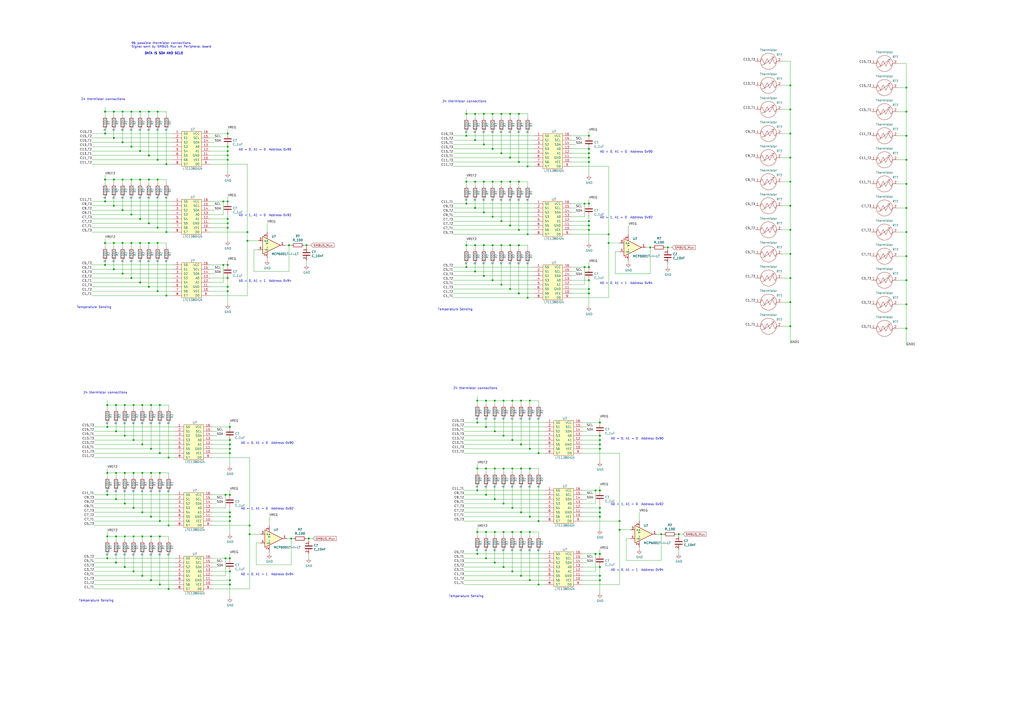
<source format=kicad_sch>
(kicad_sch (version 20211123) (generator eeschema)
  (paper "A2")
  (junction (at 292.1 328.93))
  (junction (at 62.23 323.85))
  (junction (at 525.78 162.56))
  (junction (at 302.26 297.18))
  (junction (at 353.06 140.97))
  (junction (at 287.02 250.19))
  (junction (at 292.1 252.73))
  (junction (at 62.23 311.15))
  (junction (at 66.04 119.38))
  (junction (at 347.98 284.48))
  (junction (at 132.08 77.47))
  (junction (at 133.35 302.26))
  (junction (at 345.44 284.48))
  (junction (at 82.55 257.81))
  (junction (at 86.36 64.77))
  (junction (at 281.94 247.65))
  (junction (at 133.35 339.09))
  (junction (at 285.75 142.24))
  (junction (at 458.47 175.26))
  (junction (at 87.63 311.15))
  (junction (at 306.07 172.72))
  (junction (at 77.47 294.64))
  (junction (at 347.98 255.27))
  (junction (at 341.63 154.94))
  (junction (at 290.83 105.41))
  (junction (at 91.44 104.14))
  (junction (at 87.63 274.32))
  (junction (at 285.75 105.41))
  (junction (at 76.2 161.29))
  (junction (at 281.94 323.85))
  (junction (at 525.78 64.77))
  (junction (at 72.39 252.73))
  (junction (at 287.02 326.39))
  (junction (at 377.19 143.51))
  (junction (at 292.1 308.61))
  (junction (at 132.08 85.09))
  (junction (at 270.51 105.41))
  (junction (at 76.2 140.97))
  (junction (at 96.52 95.25))
  (junction (at 525.78 50.8))
  (junction (at 285.75 66.04))
  (junction (at 60.96 104.14))
  (junction (at 144.78 304.8))
  (junction (at 133.35 331.47))
  (junction (at 179.07 312.42))
  (junction (at 71.12 140.97))
  (junction (at 77.47 274.32))
  (junction (at 92.71 262.89))
  (junction (at 132.08 87.63))
  (junction (at 341.63 130.81))
  (junction (at 458.47 133.35))
  (junction (at 66.04 140.97))
  (junction (at 77.47 331.47))
  (junction (at 295.91 105.41))
  (junction (at 290.83 142.24))
  (junction (at 287.02 232.41))
  (junction (at 270.51 154.94))
  (junction (at 341.63 128.27))
  (junction (at 280.67 83.82))
  (junction (at 341.63 91.44))
  (junction (at 347.98 297.18))
  (junction (at 177.8 142.24))
  (junction (at 458.47 189.23))
  (junction (at 77.47 255.27))
  (junction (at 60.96 140.97))
  (junction (at 133.35 297.18))
  (junction (at 143.51 139.7))
  (junction (at 297.18 271.78))
  (junction (at 525.78 106.68))
  (junction (at 280.67 123.19))
  (junction (at 525.78 78.74))
  (junction (at 81.28 64.77))
  (junction (at 133.35 287.02))
  (junction (at 66.04 80.01))
  (junction (at 92.71 302.26))
  (junction (at 133.35 257.81))
  (junction (at 132.08 129.54))
  (junction (at 297.18 294.64))
  (junction (at 132.08 168.91))
  (junction (at 525.78 148.59))
  (junction (at 76.2 85.09))
  (junction (at 302.26 334.01))
  (junction (at 347.98 328.93))
  (junction (at 297.18 308.61))
  (junction (at 275.59 157.48))
  (junction (at 60.96 77.47))
  (junction (at 86.36 140.97))
  (junction (at 280.67 105.41))
  (junction (at 132.08 90.17))
  (junction (at 81.28 140.97))
  (junction (at 295.91 167.64))
  (junction (at 359.41 307.34))
  (junction (at 91.44 168.91))
  (junction (at 97.79 341.63))
  (junction (at 353.06 135.89))
  (junction (at 280.67 66.04))
  (junction (at 270.51 78.74))
  (junction (at 347.98 336.55))
  (junction (at 341.63 133.35))
  (junction (at 143.51 134.62))
  (junction (at 67.31 311.15))
  (junction (at 81.28 87.63))
  (junction (at 66.04 64.77))
  (junction (at 82.55 234.95))
  (junction (at 92.71 311.15))
  (junction (at 458.47 161.29))
  (junction (at 345.44 321.31))
  (junction (at 347.98 257.81))
  (junction (at 276.86 245.11))
  (junction (at 72.39 234.95))
  (junction (at 132.08 92.71))
  (junction (at 339.09 118.11))
  (junction (at 77.47 311.15))
  (junction (at 307.34 271.78))
  (junction (at 307.34 232.41))
  (junction (at 168.91 312.42))
  (junction (at 341.63 88.9))
  (junction (at 86.36 104.14))
  (junction (at 87.63 336.55))
  (junction (at 86.36 166.37))
  (junction (at 82.55 297.18))
  (junction (at 132.08 127))
  (junction (at 270.51 66.04))
  (junction (at 290.83 128.27))
  (junction (at 458.47 63.5))
  (junction (at 130.81 323.85))
  (junction (at 133.35 336.55))
  (junction (at 77.47 234.95))
  (junction (at 76.2 104.14))
  (junction (at 96.52 171.45))
  (junction (at 72.39 328.93))
  (junction (at 300.99 170.18))
  (junction (at 71.12 121.92))
  (junction (at 347.98 260.35))
  (junction (at 91.44 92.71))
  (junction (at 292.1 271.78))
  (junction (at 91.44 64.77))
  (junction (at 62.23 247.65))
  (junction (at 290.83 165.1))
  (junction (at 60.96 116.84))
  (junction (at 72.39 292.1))
  (junction (at 276.86 321.31))
  (junction (at 87.63 260.35))
  (junction (at 307.34 299.72))
  (junction (at 71.12 104.14))
  (junction (at 347.98 245.11))
  (junction (at 60.96 153.67))
  (junction (at 82.55 334.01))
  (junction (at 341.63 93.98))
  (junction (at 275.59 142.24))
  (junction (at 92.71 274.32))
  (junction (at 300.99 133.35))
  (junction (at 87.63 234.95))
  (junction (at 132.08 116.84))
  (junction (at 96.52 134.62))
  (junction (at 276.86 308.61))
  (junction (at 281.94 232.41))
  (junction (at 87.63 299.72))
  (junction (at 133.35 247.65))
  (junction (at 290.83 88.9))
  (junction (at 71.12 158.75))
  (junction (at 292.1 292.1))
  (junction (at 72.39 311.15))
  (junction (at 133.35 299.72))
  (junction (at 347.98 299.72))
  (junction (at 133.35 260.35))
  (junction (at 62.23 274.32))
  (junction (at 525.78 190.5))
  (junction (at 302.26 232.41))
  (junction (at 81.28 127))
  (junction (at 82.55 274.32))
  (junction (at 91.44 140.97))
  (junction (at 287.02 271.78))
  (junction (at 307.34 336.55))
  (junction (at 132.08 153.67))
  (junction (at 67.31 234.95))
  (junction (at 132.08 166.37))
  (junction (at 295.91 142.24))
  (junction (at 302.26 257.81))
  (junction (at 458.47 77.47))
  (junction (at 458.47 91.44))
  (junction (at 67.31 250.19))
  (junction (at 292.1 232.41))
  (junction (at 133.35 262.89))
  (junction (at 341.63 118.11))
  (junction (at 62.23 234.95))
  (junction (at 276.86 232.41))
  (junction (at 312.42 339.09))
  (junction (at 132.08 161.29))
  (junction (at 97.79 265.43))
  (junction (at 306.07 135.89))
  (junction (at 312.42 262.89))
  (junction (at 312.42 302.26))
  (junction (at 275.59 81.28))
  (junction (at 133.35 323.85))
  (junction (at 129.54 116.84))
  (junction (at 81.28 163.83))
  (junction (at 341.63 162.56))
  (junction (at 275.59 105.41))
  (junction (at 285.75 86.36))
  (junction (at 387.35 143.51))
  (junction (at 287.02 308.61))
  (junction (at 525.78 176.53))
  (junction (at 76.2 64.77))
  (junction (at 302.26 271.78))
  (junction (at 297.18 331.47))
  (junction (at 297.18 232.41))
  (junction (at 280.67 142.24))
  (junction (at 82.55 311.15))
  (junction (at 276.86 271.78))
  (junction (at 276.86 284.48))
  (junction (at 290.83 66.04))
  (junction (at 280.67 160.02))
  (junction (at 67.31 274.32))
  (junction (at 92.71 234.95))
  (junction (at 71.12 64.77))
  (junction (at 300.99 93.98))
  (junction (at 72.39 274.32))
  (junction (at 66.04 104.14))
  (junction (at 347.98 334.01))
  (junction (at 97.79 304.8))
  (junction (at 341.63 170.18))
  (junction (at 302.26 308.61))
  (junction (at 71.12 82.55))
  (junction (at 91.44 132.08))
  (junction (at 144.78 309.88))
  (junction (at 359.41 302.26))
  (junction (at 295.91 130.81))
  (junction (at 307.34 308.61))
  (junction (at 339.09 154.94))
  (junction (at 86.36 90.17))
  (junction (at 281.94 308.61))
  (junction (at 81.28 104.14))
  (junction (at 297.18 255.27))
  (junction (at 383.54 309.88))
  (junction (at 270.51 142.24))
  (junction (at 167.64 142.24))
  (junction (at 270.51 118.11))
  (junction (at 275.59 120.65))
  (junction (at 285.75 162.56))
  (junction (at 307.34 260.35))
  (junction (at 76.2 124.46))
  (junction (at 281.94 287.02))
  (junction (at 458.47 105.41))
  (junction (at 347.98 294.64))
  (junction (at 458.47 49.53))
  (junction (at 458.47 119.38))
  (junction (at 458.47 147.32))
  (junction (at 67.31 289.56))
  (junction (at 347.98 252.73))
  (junction (at 67.31 326.39))
  (junction (at 341.63 86.36))
  (junction (at 525.78 120.65))
  (junction (at 295.91 66.04))
  (junction (at 341.63 167.64))
  (junction (at 300.99 66.04))
  (junction (at 525.78 134.62))
  (junction (at 129.54 153.67))
  (junction (at 275.59 66.04))
  (junction (at 60.96 64.77))
  (junction (at 393.7 309.88))
  (junction (at 341.63 78.74))
  (junction (at 306.07 96.52))
  (junction (at 295.91 91.44))
  (junction (at 285.75 125.73))
  (junction (at 66.04 156.21))
  (junction (at 300.99 142.24))
  (junction (at 62.23 287.02))
  (junction (at 132.08 132.08))
  (junction (at 525.78 92.71))
  (junction (at 300.99 105.41))
  (junction (at 287.02 289.56))
  (junction (at 133.35 255.27))
  (junction (at 347.98 321.31))
  (junction (at 281.94 271.78))
  (junction (at 86.36 129.54))
  (junction (at 92.71 339.09))
  (junction (at 130.81 287.02))
  (wire (pts (xy 300.99 152.4) (xy 300.99 170.18)))
  (wire (pts (xy 67.31 234.95) (xy 67.31 237.49)))
  (wire (pts (xy 96.52 140.97) (xy 91.44 140.97)))
  (wire (pts (xy 60.96 151.13) (xy 60.96 153.67)))
  (wire (pts (xy 275.59 81.28) (xy 309.88 81.28)))
  (wire (pts (xy 91.44 114.3) (xy 91.44 132.08)))
  (wire (pts (xy 337.82 339.09) (xy 359.41 339.09)))
  (wire (pts (xy 81.28 87.63) (xy 53.34 87.63)))
  (wire (pts (xy 275.59 152.4) (xy 275.59 157.48)))
  (wire (pts (xy 82.55 234.95) (xy 82.55 237.49)))
  (wire (pts (xy 133.35 255.27) (xy 133.35 257.81)))
  (wire (pts (xy 453.39 35.56) (xy 458.47 35.56)))
  (wire (pts (xy 132.08 127) (xy 132.08 129.54)))
  (wire (pts (xy 359.41 262.89) (xy 359.41 302.26)))
  (wire (pts (xy 387.35 143.51) (xy 387.35 144.78)))
  (wire (pts (xy 520.7 162.56) (xy 525.78 162.56)))
  (wire (pts (xy 270.51 142.24) (xy 270.51 144.78)))
  (wire (pts (xy 86.36 90.17) (xy 100.33 90.17)))
  (wire (pts (xy 520.7 190.5) (xy 525.78 190.5)))
  (wire (pts (xy 96.52 143.51) (xy 96.52 140.97)))
  (wire (pts (xy 62.23 247.65) (xy 101.6 247.65)))
  (wire (pts (xy 276.86 306.07) (xy 276.86 308.61)))
  (wire (pts (xy 453.39 91.44) (xy 458.47 91.44)))
  (wire (pts (xy 123.19 262.89) (xy 133.35 262.89)))
  (wire (pts (xy 525.78 64.77) (xy 525.78 78.74)))
  (wire (pts (xy 132.08 161.29) (xy 121.92 161.29)))
  (wire (pts (xy 341.63 167.64) (xy 341.63 170.18)))
  (wire (pts (xy 82.55 284.48) (xy 82.55 297.18)))
  (wire (pts (xy 71.12 82.55) (xy 53.34 82.55)))
  (wire (pts (xy 285.75 142.24) (xy 280.67 142.24)))
  (wire (pts (xy 92.71 274.32) (xy 87.63 274.32)))
  (wire (pts (xy 287.02 326.39) (xy 269.24 326.39)))
  (wire (pts (xy 121.92 92.71) (xy 132.08 92.71)))
  (wire (pts (xy 292.1 281.94) (xy 292.1 292.1)))
  (wire (pts (xy 292.1 232.41) (xy 287.02 232.41)))
  (wire (pts (xy 387.35 152.4) (xy 387.35 154.94)))
  (wire (pts (xy 347.98 281.94) (xy 347.98 284.48)))
  (wire (pts (xy 262.89 78.74) (xy 270.51 78.74)))
  (wire (pts (xy 281.94 323.85) (xy 316.23 323.85)))
  (wire (pts (xy 280.67 115.57) (xy 280.67 123.19)))
  (wire (pts (xy 331.47 133.35) (xy 341.63 133.35)))
  (wire (pts (xy 92.71 262.89) (xy 54.61 262.89)))
  (wire (pts (xy 275.59 115.57) (xy 275.59 120.65)))
  (wire (pts (xy 340.36 289.56) (xy 337.82 289.56)))
  (wire (pts (xy 458.47 35.56) (xy 458.47 49.53)))
  (wire (pts (xy 287.02 242.57) (xy 287.02 250.19)))
  (wire (pts (xy 87.63 284.48) (xy 87.63 299.72)))
  (wire (pts (xy 307.34 242.57) (xy 307.34 260.35)))
  (wire (pts (xy 53.34 90.17) (xy 86.36 90.17)))
  (wire (pts (xy 300.99 66.04) (xy 300.99 68.58)))
  (wire (pts (xy 148.59 327.66) (xy 168.91 327.66)))
  (wire (pts (xy 121.92 90.17) (xy 132.08 90.17)))
  (wire (pts (xy 86.36 114.3) (xy 86.36 129.54)))
  (wire (pts (xy 359.41 339.09) (xy 359.41 307.34)))
  (wire (pts (xy 71.12 74.93) (xy 71.12 82.55)))
  (wire (pts (xy 297.18 308.61) (xy 292.1 308.61)))
  (wire (pts (xy 302.26 297.18) (xy 316.23 297.18)))
  (wire (pts (xy 287.02 232.41) (xy 287.02 234.95)))
  (wire (pts (xy 133.35 297.18) (xy 133.35 299.72)))
  (wire (pts (xy 525.78 92.71) (xy 525.78 106.68)))
  (wire (pts (xy 54.61 294.64) (xy 77.47 294.64)))
  (wire (pts (xy 130.81 287.02) (xy 130.81 294.64)))
  (wire (pts (xy 262.89 135.89) (xy 306.07 135.89)))
  (wire (pts (xy 458.47 77.47) (xy 458.47 91.44)))
  (wire (pts (xy 331.47 135.89) (xy 353.06 135.89)))
  (wire (pts (xy 345.44 331.47) (xy 345.44 321.31)))
  (wire (pts (xy 292.1 232.41) (xy 292.1 234.95)))
  (wire (pts (xy 280.67 66.04) (xy 280.67 68.58)))
  (wire (pts (xy 280.67 76.2) (xy 280.67 83.82)))
  (wire (pts (xy 87.63 311.15) (xy 87.63 313.69)))
  (wire (pts (xy 66.04 80.01) (xy 100.33 80.01)))
  (wire (pts (xy 331.47 88.9) (xy 341.63 88.9)))
  (wire (pts (xy 62.23 311.15) (xy 62.23 313.69)))
  (wire (pts (xy 60.96 114.3) (xy 60.96 116.84)))
  (wire (pts (xy 270.51 139.7) (xy 270.51 142.24)))
  (wire (pts (xy 281.94 271.78) (xy 276.86 271.78)))
  (wire (pts (xy 307.34 336.55) (xy 269.24 336.55)))
  (wire (pts (xy 123.19 265.43) (xy 144.78 265.43)))
  (wire (pts (xy 309.88 83.82) (xy 280.67 83.82)))
  (wire (pts (xy 77.47 311.15) (xy 77.47 313.69)))
  (wire (pts (xy 132.08 92.71) (xy 132.08 100.33)))
  (wire (pts (xy 87.63 234.95) (xy 82.55 234.95)))
  (wire (pts (xy 156.21 320.04) (xy 156.21 321.31)))
  (wire (pts (xy 312.42 234.95) (xy 312.42 232.41)))
  (wire (pts (xy 270.51 154.94) (xy 309.88 154.94)))
  (wire (pts (xy 96.52 64.77) (xy 91.44 64.77)))
  (wire (pts (xy 275.59 66.04) (xy 275.59 68.58)))
  (wire (pts (xy 121.92 127) (xy 132.08 127)))
  (wire (pts (xy 297.18 294.64) (xy 269.24 294.64)))
  (wire (pts (xy 54.61 326.39) (xy 67.31 326.39)))
  (wire (pts (xy 297.18 255.27) (xy 316.23 255.27)))
  (wire (pts (xy 356.87 146.05) (xy 356.87 158.75)))
  (wire (pts (xy 281.94 287.02) (xy 316.23 287.02)))
  (wire (pts (xy 290.83 88.9) (xy 262.89 88.9)))
  (wire (pts (xy 458.47 189.23) (xy 458.47 199.39)))
  (wire (pts (xy 72.39 274.32) (xy 72.39 276.86)))
  (wire (pts (xy 341.63 86.36) (xy 331.47 86.36)))
  (wire (pts (xy 67.31 311.15) (xy 67.31 313.69)))
  (wire (pts (xy 71.12 64.77) (xy 66.04 64.77)))
  (wire (pts (xy 132.08 129.54) (xy 132.08 132.08)))
  (wire (pts (xy 77.47 234.95) (xy 77.47 237.49)))
  (wire (pts (xy 270.51 66.04) (xy 270.51 68.58)))
  (wire (pts (xy 292.1 328.93) (xy 316.23 328.93)))
  (wire (pts (xy 129.54 124.46) (xy 121.92 124.46)))
  (wire (pts (xy 60.96 101.6) (xy 60.96 104.14)))
  (wire (pts (xy 72.39 328.93) (xy 54.61 328.93)))
  (wire (pts (xy 341.63 125.73) (xy 341.63 128.27)))
  (wire (pts (xy 292.1 308.61) (xy 292.1 311.15)))
  (wire (pts (xy 345.44 284.48) (xy 347.98 284.48)))
  (wire (pts (xy 60.96 140.97) (xy 60.96 143.51)))
  (wire (pts (xy 302.26 271.78) (xy 297.18 271.78)))
  (wire (pts (xy 269.24 323.85) (xy 281.94 323.85)))
  (wire (pts (xy 290.83 152.4) (xy 290.83 165.1)))
  (wire (pts (xy 337.82 321.31) (xy 345.44 321.31)))
  (wire (pts (xy 290.83 128.27) (xy 262.89 128.27)))
  (wire (pts (xy 132.08 90.17) (xy 132.08 92.71)))
  (wire (pts (xy 309.88 160.02) (xy 280.67 160.02)))
  (wire (pts (xy 71.12 64.77) (xy 71.12 67.31)))
  (wire (pts (xy 312.42 318.77) (xy 312.42 339.09)))
  (wire (pts (xy 76.2 161.29) (xy 100.33 161.29)))
  (wire (pts (xy 87.63 336.55) (xy 101.6 336.55)))
  (wire (pts (xy 281.94 318.77) (xy 281.94 323.85)))
  (wire (pts (xy 87.63 299.72) (xy 101.6 299.72)))
  (wire (pts (xy 309.88 123.19) (xy 280.67 123.19)))
  (wire (pts (xy 389.89 143.51) (xy 387.35 143.51)))
  (wire (pts (xy 285.75 66.04) (xy 280.67 66.04)))
  (wire (pts (xy 121.92 77.47) (xy 132.08 77.47)))
  (wire (pts (xy 53.34 116.84) (xy 60.96 116.84)))
  (wire (pts (xy 341.63 76.2) (xy 341.63 78.74)))
  (wire (pts (xy 60.96 62.23) (xy 60.96 64.77)))
  (wire (pts (xy 295.91 130.81) (xy 309.88 130.81)))
  (wire (pts (xy 285.75 152.4) (xy 285.75 162.56)))
  (wire (pts (xy 339.09 154.94) (xy 341.63 154.94)))
  (wire (pts (xy 123.19 297.18) (xy 133.35 297.18)))
  (wire (pts (xy 347.98 299.72) (xy 347.98 307.34)))
  (wire (pts (xy 54.61 341.63) (xy 97.79 341.63)))
  (wire (pts (xy 370.84 317.5) (xy 370.84 318.77)))
  (wire (pts (xy 347.98 292.1) (xy 347.98 294.64)))
  (wire (pts (xy 458.47 105.41) (xy 458.47 119.38)))
  (wire (pts (xy 144.78 265.43) (xy 144.78 304.8)))
  (wire (pts (xy 71.12 121.92) (xy 53.34 121.92)))
  (wire (pts (xy 81.28 64.77) (xy 76.2 64.77)))
  (wire (pts (xy 345.44 292.1) (xy 337.82 292.1)))
  (wire (pts (xy 341.63 128.27) (xy 341.63 130.81)))
  (wire (pts (xy 87.63 274.32) (xy 82.55 274.32)))
  (wire (pts (xy 86.36 64.77) (xy 86.36 67.31)))
  (wire (pts (xy 302.26 308.61) (xy 302.26 311.15)))
  (wire (pts (xy 292.1 308.61) (xy 287.02 308.61)))
  (wire (pts (xy 121.92 119.38) (xy 124.46 119.38)))
  (wire (pts (xy 91.44 64.77) (xy 91.44 67.31)))
  (wire (pts (xy 67.31 284.48) (xy 67.31 289.56)))
  (wire (pts (xy 270.51 152.4) (xy 270.51 154.94)))
  (wire (pts (xy 364.49 130.81) (xy 364.49 135.89)))
  (wire (pts (xy 285.75 105.41) (xy 285.75 107.95)))
  (wire (pts (xy 87.63 234.95) (xy 87.63 237.49)))
  (wire (pts (xy 132.08 74.93) (xy 132.08 77.47)))
  (wire (pts (xy 87.63 321.31) (xy 87.63 336.55)))
  (wire (pts (xy 297.18 331.47) (xy 269.24 331.47)))
  (wire (pts (xy 167.64 142.24) (xy 165.1 142.24)))
  (wire (pts (xy 270.51 78.74) (xy 309.88 78.74)))
  (wire (pts (xy 341.63 88.9) (xy 341.63 91.44)))
  (wire (pts (xy 525.78 148.59) (xy 525.78 162.56)))
  (wire (pts (xy 177.8 151.13) (xy 177.8 153.67)))
  (wire (pts (xy 62.23 287.02) (xy 101.6 287.02)))
  (wire (pts (xy 275.59 76.2) (xy 275.59 81.28)))
  (wire (pts (xy 307.34 281.94) (xy 307.34 299.72)))
  (wire (pts (xy 53.34 80.01) (xy 66.04 80.01)))
  (wire (pts (xy 281.94 232.41) (xy 281.94 234.95)))
  (wire (pts (xy 87.63 311.15) (xy 82.55 311.15)))
  (wire (pts (xy 60.96 77.47) (xy 100.33 77.47)))
  (wire (pts (xy 71.12 114.3) (xy 71.12 121.92)))
  (wire (pts (xy 133.35 339.09) (xy 133.35 346.71)))
  (wire (pts (xy 285.75 162.56) (xy 309.88 162.56)))
  (wire (pts (xy 290.83 66.04) (xy 290.83 68.58)))
  (wire (pts (xy 295.91 105.41) (xy 290.83 105.41)))
  (wire (pts (xy 287.02 271.78) (xy 287.02 274.32)))
  (wire (pts (xy 101.6 339.09) (xy 92.71 339.09)))
  (wire (pts (xy 77.47 331.47) (xy 101.6 331.47)))
  (wire (pts (xy 306.07 68.58) (xy 306.07 66.04)))
  (wire (pts (xy 130.81 334.01) (xy 130.81 323.85)))
  (wire (pts (xy 60.96 74.93) (xy 60.96 77.47)))
  (wire (pts (xy 337.82 294.64) (xy 347.98 294.64)))
  (wire (pts (xy 92.71 311.15) (xy 92.71 313.69)))
  (wire (pts (xy 123.19 326.39) (xy 125.73 326.39)))
  (wire (pts (xy 300.99 105.41) (xy 295.91 105.41)))
  (wire (pts (xy 287.02 250.19) (xy 269.24 250.19)))
  (wire (pts (xy 133.35 262.89) (xy 133.35 270.51)))
  (wire (pts (xy 290.83 165.1) (xy 309.88 165.1)))
  (wire (pts (xy 525.78 134.62) (xy 525.78 148.59)))
  (wire (pts (xy 129.54 153.67) (xy 132.08 153.67)))
  (wire (pts (xy 262.89 81.28) (xy 275.59 81.28)))
  (wire (pts (xy 280.67 105.41) (xy 275.59 105.41)))
  (wire (pts (xy 275.59 120.65) (xy 309.88 120.65)))
  (wire (pts (xy 270.51 105.41) (xy 270.51 107.95)))
  (wire (pts (xy 520.7 148.59) (xy 525.78 148.59)))
  (wire (pts (xy 392.43 309.88) (xy 393.7 309.88)))
  (wire (pts (xy 312.42 242.57) (xy 312.42 262.89)))
  (wire (pts (xy 176.53 142.24) (xy 177.8 142.24)))
  (wire (pts (xy 525.78 106.68) (xy 525.78 120.65)))
  (wire (pts (xy 66.04 104.14) (xy 66.04 106.68)))
  (wire (pts (xy 337.82 287.02) (xy 340.36 287.02)))
  (wire (pts (xy 306.07 144.78) (xy 306.07 142.24)))
  (wire (pts (xy 331.47 167.64) (xy 341.63 167.64)))
  (wire (pts (xy 168.91 312.42) (xy 170.18 312.42)))
  (wire (pts (xy 86.36 64.77) (xy 81.28 64.77)))
  (wire (pts (xy 76.2 151.13) (xy 76.2 161.29)))
  (wire (pts (xy 129.54 163.83) (xy 129.54 153.67)))
  (wire (pts (xy 290.83 88.9) (xy 309.88 88.9)))
  (wire (pts (xy 66.04 151.13) (xy 66.04 156.21)))
  (wire (pts (xy 281.94 247.65) (xy 316.23 247.65)))
  (wire (pts (xy 91.44 104.14) (xy 91.44 106.68)))
  (wire (pts (xy 307.34 232.41) (xy 302.26 232.41)))
  (wire (pts (xy 297.18 271.78) (xy 297.18 274.32)))
  (wire (pts (xy 97.79 245.11) (xy 97.79 265.43)))
  (wire (pts (xy 300.99 170.18) (xy 262.89 170.18)))
  (wire (pts (xy 181.61 312.42) (xy 179.07 312.42)))
  (wire (pts (xy 302.26 257.81) (xy 316.23 257.81)))
  (wire (pts (xy 393.7 309.88) (xy 393.7 311.15)))
  (wire (pts (xy 337.82 284.48) (xy 345.44 284.48)))
  (wire (pts (xy 262.89 125.73) (xy 285.75 125.73)))
  (wire (pts (xy 292.1 271.78) (xy 292.1 274.32)))
  (wire (pts (xy 525.78 36.83) (xy 525.78 50.8)))
  (wire (pts (xy 337.82 299.72) (xy 347.98 299.72)))
  (wire (pts (xy 525.78 190.5) (xy 525.78 200.66)))
  (wire (pts (xy 316.23 336.55) (xy 307.34 336.55)))
  (wire (pts (xy 132.08 124.46) (xy 132.08 127)))
  (wire (pts (xy 101.6 262.89) (xy 92.71 262.89)))
  (wire (pts (xy 54.61 299.72) (xy 87.63 299.72)))
  (wire (pts (xy 66.04 74.93) (xy 66.04 80.01)))
  (wire (pts (xy 91.44 140.97) (xy 86.36 140.97)))
  (wire (pts (xy 341.63 162.56) (xy 331.47 162.56)))
  (wire (pts (xy 269.24 334.01) (xy 302.26 334.01)))
  (wire (pts (xy 262.89 154.94) (xy 270.51 154.94)))
  (wire (pts (xy 302.26 232.41) (xy 302.26 234.95)))
  (wire (pts (xy 337.82 257.81) (xy 347.98 257.81)))
  (wire (pts (xy 76.2 140.97) (xy 76.2 143.51)))
  (wire (pts (xy 280.67 152.4) (xy 280.67 160.02)))
  (wire (pts (xy 453.39 105.41) (xy 458.47 105.41)))
  (wire (pts (xy 71.12 151.13) (xy 71.12 158.75)))
  (wire (pts (xy 81.28 127) (xy 100.33 127)))
  (wire (pts (xy 132.08 85.09) (xy 132.08 87.63)))
  (wire (pts (xy 54.61 289.56) (xy 67.31 289.56)))
  (wire (pts (xy 92.71 284.48) (xy 92.71 302.26)))
  (wire (pts (xy 520.7 92.71) (xy 525.78 92.71)))
  (wire (pts (xy 262.89 86.36) (xy 285.75 86.36)))
  (wire (pts (xy 121.92 95.25) (xy 143.51 95.25)))
  (wire (pts (xy 92.71 302.26) (xy 54.61 302.26)))
  (wire (pts (xy 285.75 125.73) (xy 309.88 125.73)))
  (wire (pts (xy 280.67 123.19) (xy 262.89 123.19)))
  (wire (pts (xy 144.78 309.88) (xy 144.78 304.8)))
  (wire (pts (xy 124.46 158.75) (xy 121.92 158.75)))
  (wire (pts (xy 331.47 172.72) (xy 353.06 172.72)))
  (wire (pts (xy 133.35 284.48) (xy 133.35 287.02)))
  (wire (pts (xy 312.42 339.09) (xy 316.23 339.09)))
  (wire (pts (xy 364.49 151.13) (xy 364.49 152.4)))
  (wire (pts (xy 168.91 312.42) (xy 166.37 312.42)))
  (wire (pts (xy 92.71 234.95) (xy 87.63 234.95)))
  (wire (pts (xy 290.83 142.24) (xy 285.75 142.24)))
  (wire (pts (xy 82.55 297.18) (xy 101.6 297.18)))
  (wire (pts (xy 287.02 308.61) (xy 281.94 308.61)))
  (wire (pts (xy 295.91 167.64) (xy 309.88 167.64)))
  (wire (pts (xy 123.19 260.35) (xy 133.35 260.35)))
  (wire (pts (xy 386.08 143.51) (xy 387.35 143.51)))
  (wire (pts (xy 123.19 287.02) (xy 130.81 287.02)))
  (wire (pts (xy 306.07 107.95) (xy 306.07 105.41)))
  (wire (pts (xy 393.7 318.77) (xy 393.7 321.31)))
  (wire (pts (xy 154.94 149.86) (xy 154.94 151.13)))
  (wire (pts (xy 345.44 321.31) (xy 347.98 321.31)))
  (wire (pts (xy 297.18 242.57) (xy 297.18 255.27)))
  (wire (pts (xy 347.98 260.35) (xy 347.98 267.97)))
  (wire (pts (xy 347.98 334.01) (xy 347.98 336.55)))
  (wire (pts (xy 151.13 309.88) (xy 144.78 309.88)))
  (wire (pts (xy 525.78 78.74) (xy 525.78 92.71)))
  (wire (pts (xy 331.47 120.65) (xy 334.01 120.65)))
  (wire (pts (xy 82.55 334.01) (xy 54.61 334.01)))
  (wire (pts (xy 123.19 304.8) (xy 144.78 304.8)))
  (wire (pts (xy 270.51 102.87) (xy 270.51 105.41)))
  (wire (pts (xy 129.54 116.84) (xy 129.54 124.46)))
  (wire (pts (xy 125.73 328.93) (xy 123.19 328.93)))
  (wire (pts (xy 53.34 171.45) (xy 96.52 171.45)))
  (wire (pts (xy 269.24 321.31) (xy 276.86 321.31)))
  (wire (pts (xy 66.04 64.77) (xy 66.04 67.31)))
  (wire (pts (xy 71.12 104.14) (xy 66.04 104.14)))
  (wire (pts (xy 133.35 260.35) (xy 133.35 262.89)))
  (wire (pts (xy 81.28 127) (xy 53.34 127)))
  (wire (pts (xy 121.92 156.21) (xy 124.46 156.21)))
  (wire (pts (xy 334.01 83.82) (xy 331.47 83.82)))
  (wire (pts (xy 81.28 140.97) (xy 81.28 143.51)))
  (wire (pts (xy 363.22 312.42) (xy 363.22 325.12)))
  (wire (pts (xy 281.94 232.41) (xy 276.86 232.41)))
  (wire (pts (xy 91.44 151.13) (xy 91.44 168.91)))
  (wire (pts (xy 67.31 250.19) (xy 101.6 250.19)))
  (wire (pts (xy 130.81 323.85) (xy 133.35 323.85)))
  (wire (pts (xy 147.32 144.78) (xy 147.32 157.48)))
  (wire (pts (xy 101.6 328.93) (xy 72.39 328.93)))
  (wire (pts (xy 96.52 104.14) (xy 91.44 104.14)))
  (wire (pts (xy 66.04 119.38) (xy 100.33 119.38)))
  (wire (pts (xy 359.41 146.05) (xy 356.87 146.05)))
  (wire (pts (xy 285.75 86.36) (xy 309.88 86.36)))
  (wire (pts (xy 132.08 132.08) (xy 132.08 139.7)))
  (wire (pts (xy 76.2 64.77) (xy 76.2 67.31)))
  (wire (pts (xy 520.7 106.68) (xy 525.78 106.68)))
  (wire (pts (xy 96.52 134.62) (xy 100.33 134.62)))
  (wire (pts (xy 306.07 76.2) (xy 306.07 96.52)))
  (wire (pts (xy 133.35 294.64) (xy 133.35 297.18)))
  (wire (pts (xy 53.34 95.25) (xy 96.52 95.25)))
  (wire (pts (xy 337.82 255.27) (xy 347.98 255.27)))
  (wire (pts (xy 53.34 77.47) (xy 60.96 77.47)))
  (wire (pts (xy 276.86 242.57) (xy 276.86 245.11)))
  (wire (pts (xy 341.63 93.98) (xy 341.63 101.6)))
  (wire (pts (xy 270.51 115.57) (xy 270.51 118.11)))
  (wire (pts (xy 54.61 304.8) (xy 97.79 304.8)))
  (wire (pts (xy 312.42 302.26) (xy 316.23 302.26)))
  (wire (pts (xy 123.19 341.63) (xy 144.78 341.63)))
  (wire (pts (xy 72.39 245.11) (xy 72.39 252.73)))
  (wire (pts (xy 72.39 234.95) (xy 72.39 237.49)))
  (wire (pts (xy 148.59 314.96) (xy 148.59 327.66)))
  (wire (pts (xy 295.91 115.57) (xy 295.91 130.81)))
  (wire (pts (xy 82.55 257.81) (xy 101.6 257.81)))
  (wire (pts (xy 306.07 152.4) (xy 306.07 172.72)))
  (wire (pts (xy 307.34 271.78) (xy 302.26 271.78)))
  (wire (pts (xy 77.47 294.64) (xy 101.6 294.64)))
  (wire (pts (xy 312.42 262.89) (xy 316.23 262.89)))
  (wire (pts (xy 92.71 234.95) (xy 92.71 237.49)))
  (wire (pts (xy 86.36 104.14) (xy 81.28 104.14)))
  (wire (pts (xy 72.39 274.32) (xy 67.31 274.32)))
  (wire (pts (xy 295.91 91.44) (xy 309.88 91.44)))
  (wire (pts (xy 347.98 336.55) (xy 347.98 344.17)))
  (wire (pts (xy 132.08 87.63) (xy 132.08 90.17)))
  (wire (pts (xy 300.99 142.24) (xy 295.91 142.24)))
  (wire (pts (xy 292.1 242.57) (xy 292.1 252.73)))
  (wire (pts (xy 72.39 292.1) (xy 54.61 292.1)))
  (wire (pts (xy 290.83 115.57) (xy 290.83 128.27)))
  (wire (pts (xy 96.52 171.45) (xy 100.33 171.45)))
  (wire (pts (xy 262.89 96.52) (xy 306.07 96.52)))
  (wire (pts (xy 290.83 76.2) (xy 290.83 88.9)))
  (wire (pts (xy 312.42 308.61) (xy 307.34 308.61)))
  (wire (pts (xy 300.99 66.04) (xy 295.91 66.04)))
  (wire (pts (xy 82.55 311.15) (xy 82.55 313.69)))
  (wire (pts (xy 331.47 93.98) (xy 341.63 93.98)))
  (wire (pts (xy 62.23 308.61) (xy 62.23 311.15)))
  (wire (pts (xy 81.28 114.3) (xy 81.28 127)))
  (wire (pts (xy 281.94 308.61) (xy 281.94 311.15)))
  (wire (pts (xy 290.83 128.27) (xy 309.88 128.27)))
  (wire (pts (xy 276.86 308.61) (xy 276.86 311.15)))
  (wire (pts (xy 520.7 36.83) (xy 525.78 36.83)))
  (wire (pts (xy 306.07 172.72) (xy 309.88 172.72)))
  (wire (pts (xy 77.47 274.32) (xy 77.47 276.86)))
  (wire (pts (xy 290.83 142.24) (xy 290.83 144.78)))
  (wire (pts (xy 82.55 321.31) (xy 82.55 334.01)))
  (wire (pts (xy 81.28 163.83) (xy 53.34 163.83)))
  (wire (pts (xy 87.63 274.32) (xy 87.63 276.86)))
  (wire (pts (xy 307.34 318.77) (xy 307.34 336.55)))
  (wire (pts (xy 67.31 274.32) (xy 62.23 274.32)))
  (wire (pts (xy 87.63 260.35) (xy 101.6 260.35)))
  (wire (pts (xy 276.86 271.78) (xy 276.86 274.32)))
  (wire (pts (xy 91.44 140.97) (xy 91.44 143.51)))
  (wire (pts (xy 300.99 133.35) (xy 262.89 133.35)))
  (wire (pts (xy 337.82 247.65) (xy 340.36 247.65)))
  (wire (pts (xy 302.26 334.01) (xy 316.23 334.01)))
  (wire (pts (xy 132.08 151.13) (xy 132.08 153.67)))
  (wire (pts (xy 121.92 116.84) (xy 129.54 116.84)))
  (wire (pts (xy 269.24 245.11) (xy 276.86 245.11)))
  (wire (pts (xy 276.86 321.31) (xy 316.23 321.31)))
  (wire (pts (xy 121.92 153.67) (xy 129.54 153.67)))
  (wire (pts (xy 132.08 161.29) (xy 132.08 166.37)))
  (wire (pts (xy 295.91 105.41) (xy 295.91 107.95)))
  (wire (pts (xy 285.75 66.04) (xy 285.75 68.58)))
  (wire (pts (xy 525.78 50.8) (xy 525.78 64.77)))
  (wire (pts (xy 520.7 134.62) (xy 525.78 134.62)))
  (wire (pts (xy 307.34 232.41) (xy 307.34 234.95)))
  (wire (pts (xy 86.36 129.54) (xy 100.33 129.54)))
  (wire (pts (xy 54.61 265.43) (xy 97.79 265.43)))
  (wire (pts (xy 86.36 104.14) (xy 86.36 106.68)))
  (wire (pts (xy 281.94 271.78) (xy 281.94 274.32)))
  (wire (pts (xy 275.59 105.41) (xy 270.51 105.41)))
  (wire (pts (xy 91.44 168.91) (xy 53.34 168.91)))
  (wire (pts (xy 130.81 294.64) (xy 123.19 294.64)))
  (wire (pts (xy 365.76 312.42) (xy 363.22 312.42)))
  (wire (pts (xy 133.35 331.47) (xy 133.35 336.55)))
  (wire (pts (xy 525.78 176.53) (xy 525.78 190.5)))
  (wire (pts (xy 285.75 105.41) (xy 280.67 105.41)))
  (wire (pts (xy 81.28 151.13) (xy 81.28 163.83)))
  (wire (pts (xy 54.61 323.85) (xy 62.23 323.85)))
  (wire (pts (xy 453.39 147.32) (xy 458.47 147.32)))
  (wire (pts (xy 76.2 85.09) (xy 100.33 85.09)))
  (wire (pts (xy 54.61 287.02) (xy 62.23 287.02)))
  (wire (pts (xy 123.19 247.65) (xy 133.35 247.65)))
  (wire (pts (xy 177.8 142.24) (xy 177.8 143.51)))
  (wire (pts (xy 60.96 116.84) (xy 100.33 116.84)))
  (wire (pts (xy 97.79 341.63) (xy 101.6 341.63)))
  (wire (pts (xy 337.82 262.89) (xy 359.41 262.89)))
  (wire (pts (xy 62.23 323.85) (xy 101.6 323.85)))
  (wire (pts (xy 96.52 74.93) (xy 96.52 95.25)))
  (wire (pts (xy 133.35 321.31) (xy 133.35 323.85)))
  (wire (pts (xy 300.99 105.41) (xy 300.99 107.95)))
  (wire (pts (xy 91.44 64.77) (xy 86.36 64.77)))
  (wire (pts (xy 53.34 166.37) (xy 86.36 166.37)))
  (wire (pts (xy 341.63 130.81) (xy 341.63 133.35)))
  (wire (pts (xy 340.36 326.39) (xy 337.82 326.39)))
  (wire (pts (xy 347.98 242.57) (xy 347.98 245.11)))
  (wire (pts (xy 295.91 66.04) (xy 290.83 66.04)))
  (wire (pts (xy 62.23 284.48) (xy 62.23 287.02)))
  (wire (pts (xy 458.47 91.44) (xy 458.47 105.41)))
  (wire (pts (xy 77.47 311.15) (xy 72.39 311.15)))
  (wire (pts (xy 125.73 252.73) (xy 123.19 252.73)))
  (wire (pts (xy 331.47 128.27) (xy 341.63 128.27)))
  (wire (pts (xy 276.86 245.11) (xy 316.23 245.11)))
  (wire (pts (xy 123.19 323.85) (xy 130.81 323.85)))
  (wire (pts (xy 121.92 80.01) (xy 124.46 80.01)))
  (wire (pts (xy 290.83 165.1) (xy 262.89 165.1)))
  (wire (pts (xy 62.23 245.11) (xy 62.23 247.65)))
  (wire (pts (xy 453.39 119.38) (xy 458.47 119.38)))
  (wire (pts (xy 302.26 281.94) (xy 302.26 297.18)))
  (wire (pts (xy 123.19 334.01) (xy 130.81 334.01)))
  (wire (pts (xy 97.79 313.69) (xy 97.79 311.15)))
  (wire (pts (xy 262.89 167.64) (xy 295.91 167.64)))
  (wire (pts (xy 297.18 294.64) (xy 316.23 294.64)))
  (wire (pts (xy 151.13 314.96) (xy 148.59 314.96)))
  (wire (pts (xy 76.2 104.14) (xy 71.12 104.14)))
  (wire (pts (xy 275.59 142.24) (xy 275.59 144.78)))
  (wire (pts (xy 62.23 232.41) (xy 62.23 234.95)))
  (wire (pts (xy 270.51 76.2) (xy 270.51 78.74)))
  (wire (pts (xy 312.42 281.94) (xy 312.42 302.26)))
  (wire (pts (xy 72.39 311.15) (xy 72.39 313.69)))
  (wire (pts (xy 121.92 129.54) (xy 132.08 129.54)))
  (wire (pts (xy 280.67 142.24) (xy 275.59 142.24)))
  (wire (pts (xy 453.39 161.29) (xy 458.47 161.29)))
  (wire (pts (xy 82.55 245.11) (xy 82.55 257.81)))
  (wire (pts (xy 262.89 162.56) (xy 285.75 162.56)))
  (wire (pts (xy 86.36 74.93) (xy 86.36 90.17)))
  (wire (pts (xy 53.34 85.09) (xy 76.2 85.09)))
  (wire (pts (xy 309.88 93.98) (xy 300.99 93.98)))
  (wire (pts (xy 149.86 139.7) (xy 143.51 139.7)))
  (wire (pts (xy 269.24 328.93) (xy 292.1 328.93)))
  (wire (pts (xy 287.02 281.94) (xy 287.02 289.56)))
  (wire (pts (xy 133.35 245.11) (xy 133.35 247.65)))
  (wire (pts (xy 123.19 336.55) (xy 133.35 336.55)))
  (wire (pts (xy 302.26 232.41) (xy 297.18 232.41)))
  (wire (pts (xy 132.08 85.09) (xy 121.92 85.09)))
  (wire (pts (xy 334.01 160.02) (xy 331.47 160.02)))
  (wire (pts (xy 306.07 96.52) (xy 309.88 96.52)))
  (wire (pts (xy 143.51 139.7) (xy 143.51 134.62)))
  (wire (pts (xy 280.67 66.04) (xy 275.59 66.04)))
  (wire (pts (xy 91.44 132.08) (xy 53.34 132.08)))
  (wire (pts (xy 133.35 255.27) (xy 123.19 255.27)))
  (wire (pts (xy 337.82 323.85) (xy 340.36 323.85)))
  (wire (pts (xy 290.83 105.41) (xy 290.83 107.95)))
  (wire (pts (xy 66.04 140.97) (xy 60.96 140.97)))
  (wire (pts (xy 458.47 119.38) (xy 458.47 133.35)))
  (wire (pts (xy 132.08 114.3) (xy 132.08 116.84)))
  (wire (pts (xy 331.47 118.11) (xy 339.09 118.11)))
  (wire (pts (xy 86.36 140.97) (xy 86.36 143.51)))
  (wire (pts (xy 121.92 134.62) (xy 143.51 134.62)))
  (wire (pts (xy 275.59 66.04) (xy 270.51 66.04)))
  (wire (pts (xy 81.28 104.14) (xy 76.2 104.14)))
  (wire (pts (xy 520.7 120.65) (xy 525.78 120.65)))
  (wire (pts (xy 167.64 142.24) (xy 168.91 142.24)))
  (wire (pts (xy 177.8 312.42) (xy 179.07 312.42)))
  (wire (pts (xy 123.19 257.81) (xy 133.35 257.81)))
  (wire (pts (xy 316.23 260.35) (xy 307.34 260.35)))
  (wire (pts (xy 453.39 189.23) (xy 458.47 189.23)))
  (wire (pts (xy 82.55 334.01) (xy 101.6 334.01)))
  (wire (pts (xy 276.86 284.48) (xy 316.23 284.48)))
  (wire (pts (xy 71.12 158.75) (xy 53.34 158.75)))
  (wire (pts (xy 334.01 123.19) (xy 331.47 123.19)))
  (wire (pts (xy 123.19 302.26) (xy 133.35 302.26)))
  (wire (pts (xy 92.71 321.31) (xy 92.71 339.09)))
  (wire (pts (xy 121.92 171.45) (xy 143.51 171.45)))
  (wire (pts (xy 66.04 140.97) (xy 66.04 143.51)))
  (wire (pts (xy 91.44 104.14) (xy 86.36 104.14)))
  (wire (pts (xy 53.34 124.46) (xy 76.2 124.46)))
  (wire (pts (xy 295.91 66.04) (xy 295.91 68.58)))
  (wire (pts (xy 86.36 166.37) (xy 100.33 166.37)))
  (wire (pts (xy 290.83 105.41) (xy 285.75 105.41)))
  (wire (pts (xy 331.47 170.18) (xy 341.63 170.18)))
  (wire (pts (xy 100.33 132.08) (xy 91.44 132.08)))
  (wire (pts (xy 337.82 331.47) (xy 345.44 331.47)))
  (wire (pts (xy 316.23 299.72) (xy 307.34 299.72)))
  (wire (pts (xy 76.2 64.77) (xy 71.12 64.77)))
  (wire (pts (xy 67.31 311.15) (xy 62.23 311.15)))
  (wire (pts (xy 365.76 307.34) (xy 359.41 307.34)))
  (wire (pts (xy 377.19 143.51) (xy 374.65 143.51)))
  (wire (pts (xy 97.79 274.32) (xy 92.71 274.32)))
  (wire (pts (xy 91.44 92.71) (xy 53.34 92.71)))
  (wire (pts (xy 270.51 118.11) (xy 309.88 118.11)))
  (wire (pts (xy 180.34 142.24) (xy 177.8 142.24)))
  (wire (pts (xy 97.79 276.86) (xy 97.79 274.32)))
  (wire (pts (xy 307.34 299.72) (xy 269.24 299.72)))
  (wire (pts (xy 297.18 281.94) (xy 297.18 294.64)))
  (wire (pts (xy 269.24 297.18) (xy 302.26 297.18)))
  (wire (pts (xy 280.67 160.02) (xy 262.89 160.02)))
  (wire (pts (xy 347.98 328.93) (xy 347.98 334.01)))
  (wire (pts (xy 525.78 162.56) (xy 525.78 176.53)))
  (wire (pts (xy 458.47 133.35) (xy 458.47 147.32)))
  (wire (pts (xy 331.47 96.52) (xy 353.06 96.52)))
  (wire (pts (xy 275.59 142.24) (xy 270.51 142.24)))
  (wire (pts (xy 156.21 299.72) (xy 156.21 304.8)))
  (wire (pts (xy 525.78 120.65) (xy 525.78 134.62)))
  (wire (pts (xy 269.24 252.73) (xy 292.1 252.73)))
  (wire (pts (xy 287.02 318.77) (xy 287.02 326.39)))
  (wire (pts (xy 71.12 104.14) (xy 71.12 106.68)))
  (wire (pts (xy 458.47 175.26) (xy 458.47 189.23)))
  (wire (pts (xy 281.94 308.61) (xy 276.86 308.61)))
  (wire (pts (xy 290.83 66.04) (xy 285.75 66.04)))
  (wire (pts (xy 72.39 234.95) (xy 67.31 234.95)))
  (wire (pts (xy 125.73 292.1) (xy 123.19 292.1)))
  (wire (pts (xy 276.86 229.87) (xy 276.86 232.41)))
  (wire (pts (xy 179.07 312.42) (xy 179.07 313.69)))
  (wire (pts (xy 76.2 74.93) (xy 76.2 85.09)))
  (wire (pts (xy 458.47 49.53) (xy 458.47 63.5)))
  (wire (pts (xy 337.82 302.26) (xy 359.41 302.26)))
  (wire (pts (xy 82.55 274.32) (xy 77.47 274.32)))
  (wire (pts (xy 353.06 140.97) (xy 353.06 135.89)))
  (wire (pts (xy 66.04 104.14) (xy 60.96 104.14)))
  (wire (pts (xy 281.94 242.57) (xy 281.94 247.65)))
  (wire (pts (xy 67.31 274.32) (xy 67.31 276.86)))
  (wire (pts (xy 97.79 321.31) (xy 97.79 341.63)))
  (wire (pts (xy 377.19 158.75) (xy 377.19 143.51)))
  (wire (pts (xy 97.79 304.8) (xy 101.6 304.8)))
  (wire (pts (xy 67.31 234.95) (xy 62.23 234.95)))
  (wire (pts (xy 77.47 284.48) (xy 77.47 294.64)))
  (wire (pts (xy 287.02 271.78) (xy 281.94 271.78)))
  (wire (pts (xy 312.42 311.15) (xy 312.42 308.61)))
  (wire (pts (xy 306.07 142.24) (xy 300.99 142.24)))
  (wire (pts (xy 262.89 157.48) (xy 275.59 157.48)))
  (wire (pts (xy 337.82 260.35) (xy 347.98 260.35)))
  (wire (pts (xy 269.24 302.26) (xy 312.42 302.26)))
  (wire (pts (xy 520.7 78.74) (xy 525.78 78.74)))
  (wire (pts (xy 285.75 115.57) (xy 285.75 125.73)))
  (wire (pts (xy 76.2 124.46) (xy 100.33 124.46)))
  (wire (pts (xy 77.47 255.27) (xy 101.6 255.27)))
  (wire (pts (xy 92.71 245.11) (xy 92.71 262.89)))
  (wire (pts (xy 359.41 307.34) (xy 359.41 302.26)))
  (wire (pts (xy 341.63 133.35) (xy 341.63 140.97)))
  (wire (pts (xy 53.34 161.29) (xy 76.2 161.29)))
  (wire (pts (xy 72.39 284.48) (xy 72.39 292.1)))
  (wire (pts (xy 72.39 252.73) (xy 54.61 252.73)))
  (wire (pts (xy 179.07 321.31) (xy 179.07 323.85)))
  (wire (pts (xy 302.26 318.77) (xy 302.26 334.01)))
  (wire (pts (xy 309.88 170.18) (xy 300.99 170.18)))
  (wire (pts (xy 312.42 271.78) (xy 307.34 271.78)))
  (wire (pts (xy 337.82 334.01) (xy 347.98 334.01)))
  (wire (pts (xy 269.24 257.81) (xy 302.26 257.81)))
  (wire (pts (xy 100.33 92.71) (xy 91.44 92.71)))
  (wire (pts (xy 306.07 105.41) (xy 300.99 105.41)))
  (wire (pts (xy 307.34 271.78) (xy 307.34 274.32)))
  (wire (pts (xy 453.39 77.47) (xy 458.47 77.47)))
  (wire (pts (xy 100.33 82.55) (xy 71.12 82.55)))
  (wire (pts (xy 53.34 156.21) (xy 66.04 156.21)))
  (wire (pts (xy 76.2 104.14) (xy 76.2 106.68)))
  (wire (pts (xy 341.63 91.44) (xy 341.63 93.98)))
  (wire (pts (xy 341.63 115.57) (xy 341.63 118.11)))
  (wire (pts (xy 341.63 86.36) (xy 341.63 88.9)))
  (wire (pts (xy 123.19 250.19) (xy 125.73 250.19)))
  (wire (pts (xy 123.19 299.72) (xy 133.35 299.72)))
  (wire (pts (xy 76.2 140.97) (xy 71.12 140.97)))
  (wire (pts (xy 316.23 250.19) (xy 287.02 250.19)))
  (wire (pts (xy 458.47 63.5) (xy 458.47 77.47)))
  (wire (pts (xy 316.23 326.39) (xy 287.02 326.39)))
  (wire (pts (xy 133.35 331.47) (xy 123.19 331.47)))
  (wire (pts (xy 331.47 81.28) (xy 334.01 81.28)))
  (wire (pts (xy 276.86 281.94) (xy 276.86 284.48)))
  (wire (pts (xy 520.7 50.8) (xy 525.78 50.8)))
  (wire (pts (xy 292.1 318.77) (xy 292.1 328.93)))
  (wire (pts (xy 96.52 95.25) (xy 100.33 95.25)))
  (wire (pts (xy 82.55 274.32) (xy 82.55 276.86)))
  (wire (pts (xy 82.55 257.81) (xy 54.61 257.81)))
  (wire (pts (xy 143.51 171.45) (xy 143.51 139.7)))
  (wire (pts (xy 276.86 318.77) (xy 276.86 321.31)))
  (wire (pts (xy 97.79 265.43) (xy 101.6 265.43)))
  (wire (pts (xy 453.39 133.35) (xy 458.47 133.35)))
  (wire (pts (xy 149.86 144.78) (xy 147.32 144.78)))
  (wire (pts (xy 96.52 114.3) (xy 96.52 134.62)))
  (wire (pts (xy 124.46 82.55) (xy 121.92 82.55)))
  (wire (pts (xy 453.39 49.53) (xy 458.47 49.53)))
  (wire (pts (xy 97.79 234.95) (xy 92.71 234.95)))
  (wire (pts (xy 302.26 308.61) (xy 297.18 308.61)))
  (wire (pts (xy 67.31 321.31) (xy 67.31 326.39)))
  (wire (pts (xy 133.35 299.72) (xy 133.35 302.26)))
  (wire (pts (xy 133.35 257.81) (xy 133.35 260.35)))
  (wire (pts (xy 520.7 176.53) (xy 525.78 176.53)))
  (wire (pts (xy 353.06 96.52) (xy 353.06 135.89)))
  (wire (pts (xy 123.19 289.56) (xy 125.73 289.56)))
  (wire (pts (xy 96.52 106.68) (xy 96.52 104.14)))
  (wire (pts (xy 92.71 339.09) (xy 54.61 339.09)))
  (wire (pts (xy 292.1 252.73) (xy 316.23 252.73)))
  (wire (pts (xy 66.04 156.21) (xy 100.33 156.21)))
  (wire (pts (xy 71.12 140.97) (xy 71.12 143.51)))
  (wire (pts (xy 60.96 104.14) (xy 60.96 106.68)))
  (wire (pts (xy 269.24 262.89) (xy 312.42 262.89)))
  (wire (pts (xy 287.02 232.41) (xy 281.94 232.41)))
  (wire (pts (xy 307.34 260.35) (xy 269.24 260.35)))
  (wire (pts (xy 312.42 232.41) (xy 307.34 232.41)))
  (wire (pts (xy 337.82 297.18) (xy 347.98 297.18)))
  (wire (pts (xy 297.18 331.47) (xy 316.23 331.47)))
  (wire (pts (xy 356.87 158.75) (xy 377.19 158.75)))
  (wire (pts (xy 331.47 157.48) (xy 334.01 157.48)))
  (wire (pts (xy 91.44 74.93) (xy 91.44 92.71)))
  (wire (pts (xy 132.08 166.37) (xy 132.08 168.91)))
  (wire (pts (xy 81.28 64.77) (xy 81.28 67.31)))
  (wire (pts (xy 280.67 105.41) (xy 280.67 107.95)))
  (wire (pts (xy 453.39 63.5) (xy 458.47 63.5)))
  (wire (pts (xy 295.91 76.2) (xy 295.91 91.44)))
  (wire (pts (xy 72.39 321.31) (xy 72.39 328.93)))
  (wire (pts (xy 100.33 168.91) (xy 91.44 168.91)))
  (wire (pts (xy 97.79 311.15) (xy 92.71 311.15)))
  (wire (pts (xy 67.31 326.39) (xy 101.6 326.39)))
  (wire (pts (xy 347.98 297.18) (xy 347.98 299.72)))
  (wire (pts (xy 96.52 151.13) (xy 96.52 171.45)))
  (wire (pts (xy 262.89 130.81) (xy 295.91 130.81)))
  (wire (pts (xy 347.98 257.81) (xy 347.98 260.35)))
  (wire (pts (xy 337.82 336.55) (xy 347.98 336.55)))
  (wire (pts (xy 86.36 151.13) (xy 86.36 166.37)))
  (wire (pts (xy 300.99 115.57) (xy 300.99 133.35)))
  (wire (pts (xy 297.18 271.78) (xy 292.1 271.78)))
  (wire (pts (xy 287.02 289.56) (xy 269.24 289.56)))
  (wire (pts (xy 331.47 130.81) (xy 341.63 130.81)))
  (wire (pts (xy 54.61 250.19) (xy 67.31 250.19)))
  (wire (pts (xy 121.92 132.08) (xy 132.08 132.08)))
  (wire (pts (xy 280.67 83.82) (xy 262.89 83.82)))
  (wire (pts (xy 53.34 129.54) (xy 86.36 129.54)))
  (wire (pts (xy 97.79 284.48) (xy 97.79 304.8)))
  (wire (pts (xy 269.24 284.48) (xy 276.86 284.48)))
  (wire (pts (xy 62.23 321.31) (xy 62.23 323.85)))
  (wire (pts (xy 54.61 336.55) (xy 87.63 336.55)))
  (wire (pts (xy 96.52 67.31) (xy 96.52 64.77)))
  (wire (pts (xy 54.61 255.27) (xy 77.47 255.27)))
  (wire (pts (xy 121.92 166.37) (xy 132.08 166.37)))
  (wire (pts (xy 347.98 318.77) (xy 347.98 321.31)))
  (wire (pts (xy 275.59 157.48) (xy 309.88 157.48)))
  (wire (pts (xy 339.09 118.11) (xy 341.63 118.11)))
  (wire (pts (xy 269.24 339.09) (xy 312.42 339.09)))
  (wire (pts (xy 295.91 142.24) (xy 295.91 144.78)))
  (wire (pts (xy 123.19 339.09) (xy 133.35 339.09)))
  (wire (pts (xy 300.99 76.2) (xy 300.99 93.98)))
  (wire (pts (xy 331.47 154.94) (xy 339.09 154.94)))
  (wire (pts (xy 340.36 250.19) (xy 337.82 250.19)))
  (wire (pts (xy 81.28 140.97) (xy 76.2 140.97)))
  (wire (pts (xy 306.07 135.89) (xy 309.88 135.89)))
  (wire (pts (xy 62.23 271.78) (xy 62.23 274.32)))
  (wire (pts (xy 143.51 95.25) (xy 143.51 134.62)))
  (wire (pts (xy 77.47 245.11) (xy 77.47 255.27)))
  (wire (pts (xy 347.98 252.73) (xy 337.82 252.73)))
  (wire (pts (xy 121.92 163.83) (xy 129.54 163.83)))
  (wire (pts (xy 316.23 289.56) (xy 287.02 289.56)))
  (wire (pts (xy 60.96 64.77) (xy 60.96 67.31)))
  (wire (pts (xy 383.54 309.88) (xy 381 309.88)))
  (wire (pts (xy 347.98 252.73) (xy 347.98 255.27)))
  (wire (pts (xy 54.61 247.65) (xy 62.23 247.65)))
  (wire (pts (xy 453.39 175.26) (xy 458.47 175.26)))
  (wire (pts (xy 269.24 287.02) (xy 281.94 287.02)))
  (wire (pts (xy 100.33 121.92) (xy 71.12 121.92)))
  (wire (pts (xy 307.34 308.61) (xy 307.34 311.15)))
  (wire (pts (xy 60.96 138.43) (xy 60.96 140.97)))
  (wire (pts (xy 101.6 302.26) (xy 92.71 302.26)))
  (wire (pts (xy 82.55 234.95) (xy 77.47 234.95)))
  (wire (pts (xy 339.09 125.73) (xy 331.47 125.73)))
  (wire (pts (xy 347.98 328.93) (xy 337.82 328.93)))
  (wire (pts (xy 312.42 274.32) (xy 312.42 271.78)))
  (wire (pts (xy 383.54 325.12) (xy 383.54 309.88)))
  (wire (pts (xy 53.34 119.38) (xy 66.04 119.38)))
  (wire (pts (xy 287.02 308.61) (xy 287.02 311.15)))
  (wire (pts (xy 67.31 245.11) (xy 67.31 250.19)))
  (wire (pts (xy 100.33 158.75) (xy 71.12 158.75)))
  (wire (pts (xy 307.34 308.61) (xy 302.26 308.61)))
  (wire (pts (xy 133.35 302.26) (xy 133.35 309.88)))
  (wire (pts (xy 339.09 165.1) (xy 339.09 154.94)))
  (wire (pts (xy 101.6 292.1) (xy 72.39 292.1)))
  (wire (pts (xy 297.18 308.61) (xy 297.18 311.15)))
  (wire (pts (xy 347.98 294.64) (xy 347.98 297.18)))
  (wire (pts (xy 270.51 63.5) (xy 270.51 66.04)))
  (wire (pts (xy 339.09 118.11) (xy 339.09 125.73)))
  (wire (pts (xy 331.47 165.1) (xy 339.09 165.1)))
  (wire (pts (xy 124.46 121.92) (xy 121.92 121.92)))
  (wire (pts (xy 130.81 287.02) (xy 133.35 287.02)))
  (wire (pts (xy 66.04 114.3) (xy 66.04 119.38)))
  (wire (pts (xy 363.22 325.12) (xy 383.54 325.12)))
  (wire (pts (xy 292.1 271.78) (xy 287.02 271.78)))
  (wire (pts (xy 276.86 269.24) (xy 276.86 271.78)))
  (wire (pts (xy 353.06 172.72) (xy 353.06 140.97)))
  (wire (pts (xy 81.28 163.83) (xy 100.33 163.83)))
  (wire (pts (xy 347.98 255.27) (xy 347.98 257.81)))
  (wire (pts (xy 87.63 245.11) (xy 87.63 260.35)))
  (wire (pts (xy 262.89 118.11) (xy 270.51 118.11)))
  (wire (pts (xy 97.79 237.49) (xy 97.79 234.95)))
  (wire (pts (xy 276.86 232.41) (xy 276.86 234.95)))
  (wire (pts (xy 306.07 115.57) (xy 306.07 135.89)))
  (wire (pts (xy 77.47 274.32) (xy 72.39 274.32)))
  (wire (pts (xy 53.34 134.62) (xy 96.52 134.62)))
  (wire (pts (xy 306.07 66.04) (xy 300.99 66.04)))
  (wire (pts (xy 82.55 297.18) (xy 54.61 297.18)))
  (wire (pts (xy 262.89 120.65) (xy 275.59 120.65)))
  (wire (pts (xy 81.28 74.93) (xy 81.28 87.63)))
  (wire (pts (xy 60.96 153.67) (xy 100.33 153.67)))
  (wire (pts (xy 300.99 142.24) (xy 300.99 144.78)))
  (wire (pts (xy 132.08 168.91) (xy 132.08 176.53)))
  (wire (pts (xy 341.63 170.18) (xy 341.63 177.8)))
  (wire (pts (xy 295.91 152.4) (xy 295.91 167.64)))
  (wire (pts (xy 66.04 64.77) (xy 60.96 64.77)))
  (wire (pts (xy 154.94 129.54) (xy 154.94 134.62)))
  (wire (pts (xy 262.89 91.44) (xy 295.91 91.44)))
  (wire (pts (xy 144.78 341.63) (xy 144.78 309.88)))
  (wire (pts (xy 54.61 260.35) (xy 87.63 260.35)))
  (wire (pts (xy 377.19 143.51) (xy 378.46 143.51)))
  (wire (pts (xy 86.36 140.97) (xy 81.28 140.97)))
  (wire (pts (xy 92.71 274.32) (xy 92.71 276.86)))
  (wire (pts (xy 121.92 168.91) (xy 132.08 168.91)))
  (wire (pts (xy 345.44 284.48) (xy 345.44 292.1)))
  (wire (pts (xy 520.7 64.77) (xy 525.78 64.77)))
  (wire (pts (xy 285.75 142.24) (xy 285.75 144.78)))
  (wire (pts (xy 285.75 76.2) (xy 285.75 86.36)))
  (wire (pts (xy 121.92 87.63) (xy 132.08 87.63)))
  (wire (pts (xy 297.18 232.41) (xy 292.1 232.41)))
  (wire (pts (xy 396.24 309.88) (xy 393.7 309.88)))
  (wire (pts (xy 168.91 327.66) (xy 168.91 312.42)))
  (wire (pts (xy 92.71 311.15) (xy 87.63 311.15)))
  (wire (pts (xy 302.26 271.78) (xy 302.26 274.32)))
  (wire (pts (xy 129.54 116.84) (xy 132.08 116.84)))
  (wire (pts (xy 167.64 157.48) (xy 167.64 142.24)))
  (wire (pts (xy 297.18 232.41) (xy 297.18 234.95)))
  (wire (pts (xy 54.61 331.47) (xy 77.47 331.47)))
  (wire (pts (xy 302.26 242.57) (xy 302.26 257.81)))
  (wire (pts (xy 269.24 247.65) (xy 281.94 247.65)))
  (wire (pts (xy 280.67 142.24) (xy 280.67 144.78)))
  (wire (pts (xy 458.47 161.29) (xy 458.47 175.26)))
  (wire (pts (xy 81.28 87.63) (xy 100.33 87.63)))
  (wire (pts (xy 331.47 91.44) (xy 341.63 91.44)))
  (wire (pts (xy 133.35 336.55) (xy 133.35 339.09)))
  (wire (pts (xy 67.31 289.56) (xy 101.6 289.56)))
  (wire (pts (xy 458.47 147.32) (xy 458.47 161.29)))
  (wire (pts (xy 341.63 162.56) (xy 341.63 167.64)))
  (wire (pts (xy 82.55 311.15) (xy 77.47 311.15)))
  (wire (pts (xy 62.23 274.32) (xy 62.23 276.86)))
  (wire (pts (xy 383.54 309.88) (xy 384.81 309.88)))
  (wire (pts (xy 370.84 297.18) (xy 370.84 302.26)))
  (wire (pts (xy 62.23 234.95) (xy 62.23 237.49)))
  (wire (pts (xy 101.6 252.73) (xy 72.39 252.73)))
  (wire (pts (xy 331.47 78.74) (xy 341.63 78.74)))
  (wire (pts (xy 297.18 255.27) (xy 269.24 255.27)))
  (wire (pts (xy 297.18 318.77) (xy 297.18 331.47)))
  (wire (pts (xy 281.94 281.94) (xy 281.94 287.02)))
  (wire (pts (xy 275.59 105.41) (xy 275.59 107.95)))
  (wire (pts (xy 262.89 172.72) (xy 306.07 172.72)))
  (wire (pts (xy 359.41 140.97) (xy 353.06 140.97)))
  (wire (pts (xy 71.12 140.97) (xy 66.04 140.97)))
  (wire (pts (xy 269.24 292.1) (xy 292.1 292.1)))
  (wire (pts (xy 341.63 152.4) (xy 341.63 154.94)))
  (wire (pts (xy 295.91 142.24) (xy 290.83 142.24)))
  (wire (pts (xy 300.99 93.98) (xy 262.89 93.98)))
  (wire (pts (xy 72.39 311.15) (xy 67.31 311.15)))
  (wire (pts (xy 337.82 245.11) (xy 347.98 245.11)))
  (wire (pts (xy 77.47 321.31) (xy 77.47 331.47)))
  (wire (pts (xy 292.1 292.1) (xy 316.23 292.1)))
  (wire (pts (xy 309.88 133.35) (xy 300.99 133.35)))
  (wire (pts (xy 81.28 104.14) (xy 81.28 106.68)))
  (wire (pts (xy 77.47 234.95) (xy 72.39 234.95)))
  (wire (pts (xy 53.34 153.67) (xy 60.96 153.67)))
  (wire (pts (xy 147.32 157.48) (xy 167.64 157.48)))
  (wire (pts (xy 76.2 114.3) (xy 76.2 124.46)))
  (text "A0 = 0, A1 = 1  Address 0x94" (at 139.7 334.01 0) (effects (font (size 1.27 1.27)) (justify left bottom)))
  (text "96 possible thermistor connections\nSignal sent by SMBUS Mux on Peripheral board" (at 76.2 27.94 0) (effects (font (size 1.27 1.27)) (justify left bottom)))
  (text "A0 = 1, A1 = 0  Address 0x92" (at 138.43 125.73 0) (effects (font (size 1.27 1.27)) (justify left bottom)))
  (text "A0 = 0, A1 = 1  Address 0x94" (at 347.98 165.1 0) (effects (font (size 1.27 1.27)) (justify left bottom)))
  (text "24 thermistor connections" (at 262.89 226.06 0) (effects (font (size 1.27 1.27)) (justify left bottom)))
  (text "A0 = 0, A1 = 0  Address 0x90" (at 138.43 87.63 0) (effects (font (size 1.27 1.27)) (justify left bottom)))
  (text "A0 = 1, A1 = 0  Address 0x92" (at 347.98 127 0) (effects (font (size 1.27 1.27)) (justify left bottom)))
  (text "A0 = 0, A1 = 1  Address 0x94" (at 354.33 331.47 0) (effects (font (size 1.27 1.27)) (justify left bottom)))
  (text "Temperature Sensing" (at 44.45 179.07 0) (effects (font (size 1.27 1.27)) (justify left bottom)))
  (text "A0 = 1, A1 = 0  Address 0x92" (at 354.33 293.37 0) (effects (font (size 1.27 1.27)) (justify left bottom)))
  (text "Temperature Sensing" (at 254 180.34 0) (effects (font (size 1.27 1.27)) (justify left bottom)))
  (text "24 thermistor connections" (at 256.54 59.69 0) (effects (font (size 1.27 1.27)) (justify left bottom)))
  (text "A0 = 0, A1 = 0  Address 0x90" (at 354.33 255.27 0) (effects (font (size 1.27 1.27)) (justify left bottom)))
  (text "A0 = 0, A1 = 0  Address 0x90" (at 347.98 88.9 0) (effects (font (size 1.27 1.27)) (justify left bottom)))
  (text "A0 = 0, A1 = 1  Address 0x94" (at 138.43 163.83 0) (effects (font (size 1.27 1.27)) (justify left bottom)))
  (text "24 thermistor connections" (at 48.26 228.6 0) (effects (font (size 1.27 1.27)) (justify left bottom)))
  (text "DATA IS SDA AND SCL!!" (at 83.82 31.75 0) (effects (font (size 1.27 1.27) (thickness 0.254) bold) (justify left bottom)))
  (text "Temperature Sensing" (at 45.72 349.25 0) (effects (font (size 1.27 1.27)) (justify left bottom)))
  (text "A0 = 0, A1 = 0  Address 0x90" (at 139.7 257.81 0) (effects (font (size 1.27 1.27)) (justify left bottom)))
  (text "Temperature Sensing" (at 260.35 346.71 0) (effects (font (size 1.27 1.27)) (justify left bottom)))
  (text "24 thermistor connections" (at 46.99 58.42 0) (effects (font (size 1.27 1.27)) (justify left bottom)))
  (text "A0 = 1, A1 = 0  Address 0x92" (at 139.7 295.91 0) (effects (font (size 1.27 1.27)) (justify left bottom)))
  (label "C15_T2" (at 269.24 247.65 180))
  (label "C7_T3" (at 54.61 297.18 180))
  (label "C13_T1" (at 262.89 91.44 180))
  (label "C9_T1" (at 269.24 292.1 180))
  (label "SDA" (at 334.01 160.02 0))
  (label "C13_T3" (at 262.89 86.36 180))
  (label "C5_T2" (at 54.61 323.85 180))
  (label "C15_T1" (at 505.46 64.77 180))
  (label "C15_T2" (at 505.46 50.8 180))
  (label "C5_T1" (at 53.34 156.21 180))
  (label "C13_T1" (at 54.61 260.35 180))
  (label "C5_T3" (at 269.24 302.26 180))
  (label "C11_T2" (at 54.61 265.43 180))
  (label "C7_T3" (at 505.46 120.65 180))
  (label "SDA" (at 334.01 123.19 0))
  (label "C7_T3" (at 53.34 127 180))
  (label "C9_T2" (at 438.15 91.44 180))
  (label "C15_T2" (at 262.89 81.28 180))
  (label "VREG" (at 132.08 74.93 0))
  (label "C11_T1" (at 262.89 118.11 180))
  (label "SCL" (at 334.01 81.28 0))
  (label "C3_T3" (at 262.89 160.02 180))
  (label "C13_T1" (at 269.24 257.81 180))
  (label "C9_T3" (at 54.61 289.56 180))
  (label "C1_T1" (at 53.34 171.45 180))
  (label "C7_T3" (at 269.24 294.64 180))
  (label "C5_T2" (at 262.89 154.94 180))
  (label "VREG" (at 364.49 130.81 0))
  (label "VREF2" (at 276.86 269.24 0))
  (label "SCL" (at 334.01 120.65 0))
  (label "SCL" (at 124.46 80.01 0))
  (label "VREG" (at 347.98 318.77 0))
  (label "C7_T2" (at 262.89 130.81 180))
  (label "C11_T1" (at 505.46 106.68 180))
  (label "SDA" (at 340.36 250.19 0))
  (label "C3_T3" (at 54.61 328.93 180))
  (label "C5_T1" (at 262.89 157.48 180))
  (label "C5_T1" (at 438.15 147.32 180))
  (label "VREG" (at 347.98 242.57 0))
  (label "C7_T2" (at 53.34 129.54 180))
  (label "C13_T2" (at 54.61 257.81 180))
  (label "VREF2" (at 60.96 101.6 0))
  (label "C7_T3" (at 262.89 128.27 180))
  (label "C3_T2" (at 54.61 331.47 180))
  (label "VREG" (at 133.35 284.48 0))
  (label "SCL" (at 125.73 326.39 0))
  (label "SCL" (at 125.73 289.56 0))
  (label "C1_T2" (at 53.34 168.91 180))
  (label "C5_T2" (at 438.15 133.35 180))
  (label "VREG" (at 341.63 115.57 0))
  (label "VREF2" (at 62.23 308.61 0))
  (label "C1_T1" (at 438.15 189.23 180))
  (label "C15_T1" (at 269.24 250.19 180))
  (label "C9_T2" (at 269.24 289.56 180))
  (label "C3_T2" (at 262.89 162.56 180))
  (label "C5_T3" (at 54.61 304.8 180))
  (label "C3_T2" (at 269.24 328.93 180))
  (label "C9_T1" (at 54.61 294.64 180))
  (label "C11_T3" (at 505.46 78.74 180))
  (label "VREG" (at 132.08 114.3 0))
  (label "C1_T3" (at 269.24 334.01 180))
  (label "C15_T1" (at 53.34 82.55 180))
  (label "C11_T1" (at 54.61 287.02 180))
  (label "C11_T2" (at 262.89 96.52 180))
  (label "C11_T2" (at 269.24 262.89 180))
  (label "C3_T1" (at 505.46 190.5 180))
  (label "C5_T3" (at 53.34 134.62 180))
  (label "C1_T1" (at 262.89 172.72 180))
  (label "VREG" (at 370.84 297.18 0))
  (label "C13_T2" (at 438.15 49.53 180))
  (label "C3_T1" (at 54.61 334.01 180))
  (label "C13_T2" (at 262.89 88.9 180))
  (label "C11_T3" (at 54.61 262.89 180))
  (label "C13_T1" (at 53.34 90.17 180))
  (label "C7_T2" (at 54.61 299.72 180))
  (label "C9_T1" (at 262.89 125.73 180))
  (label "C3_T2" (at 505.46 176.53 180))
  (label "C7_T1" (at 269.24 299.72 180))
  (label "C7_T2" (at 269.24 297.18 180))
  (label "C11_T2" (at 505.46 92.71 180))
  (label "C7_T1" (at 262.89 133.35 180))
  (label "C7_T1" (at 505.46 148.59 180))
  (label "SDA" (at 124.46 158.75 0))
  (label "C5_T2" (at 269.24 321.31 180))
  (label "C1_T2" (at 438.15 175.26 180))
  (label "C13_T2" (at 269.24 255.27 180))
  (label "C5_T2" (at 53.34 153.67 180))
  (label "SDA" (at 340.36 326.39 0))
  (label "SCL" (at 334.01 157.48 0))
  (label "C13_T3" (at 438.15 35.56 180))
  (label "C15_T3" (at 262.89 78.74 180))
  (label "C15_T3" (at 54.61 247.65 180))
  (label "C5_T1" (at 54.61 326.39 180))
  (label "C3_T1" (at 262.89 165.1 180))
  (label "SCL" (at 124.46 119.38 0))
  (label "C15_T3" (at 505.46 36.83 180))
  (label "VREF2" (at 62.23 271.78 0))
  (label "C1_T1" (at 269.24 339.09 180))
  (label "SCL" (at 125.73 250.19 0))
  (label "C3_T1" (at 269.24 331.47 180))
  (label "C5_T3" (at 262.89 135.89 180))
  (label "C11_T1" (at 53.34 116.84 180))
  (label "C1_T2" (at 262.89 170.18 180))
  (label "C15_T2" (at 53.34 80.01 180))
  (label "C9_T1" (at 53.34 124.46 180))
  (label "C1_T1" (at 54.61 341.63 180))
  (label "C1_T3" (at 438.15 161.29 180))
  (label "SCL" (at 340.36 247.65 0))
  (label "C1_T3" (at 53.34 166.37 180))
  (label "VREG" (at 133.35 321.31 0))
  (label "C3_T3" (at 269.24 326.39 180))
  (label "C1_T2" (at 54.61 339.09 180))
  (label "SDA" (at 124.46 121.92 0))
  (label "C7_T1" (at 53.34 132.08 180))
  (label "SDA" (at 334.01 83.82 0))
  (label "C15_T3" (at 53.34 77.47 180))
  (label "C7_T1" (at 54.61 302.26 180))
  (label "C9_T3" (at 269.24 287.02 180))
  (label "C7_T2" (at 505.46 134.62 180))
  (label "VREF2" (at 270.51 139.7 0))
  (label "C3_T2" (at 53.34 161.29 180))
  (label "GND1" (at 525.78 200.66 0))
  (label "SDA" (at 125.73 252.73 0))
  (label "GND1" (at 458.47 199.39 0))
  (label "SCL" (at 124.46 156.21 0))
  (label "C13_T3" (at 54.61 255.27 180))
  (label "C1_T2" (at 269.24 336.55 180))
  (label "C3_T1" (at 53.34 163.83 180))
  (label "C11_T3" (at 53.34 92.71 180))
  (label "C3_T3" (at 505.46 162.56 180))
  (label "VREG" (at 154.94 129.54 0))
  (label "C9_T3" (at 438.15 77.47 180))
  (label "C13_T3" (at 269.24 252.73 180))
  (label "SDA" (at 340.36 289.56 0))
  (label "C13_T2" (at 53.34 87.63 180))
  (label "VREG" (at 341.63 76.2 0))
  (label "VREG" (at 133.35 245.11 0))
  (label "SDA" (at 125.73 328.93 0))
  (label "C11_T2" (at 53.34 95.25 180))
  (label "VREF2" (at 276.86 306.07 0))
  (label "SDA" (at 125.73 292.1 0))
  (label "C1_T3" (at 262.89 167.64 180))
  (label "C11_T1" (at 269.24 284.48 180))
  (label "C5_T1" (at 269.24 323.85 180))
  (label "C13_T1" (at 438.15 63.5 180))
  (label "C9_T3" (at 53.34 119.38 180))
  (label "C5_T3" (at 438.15 119.38 180))
  (label "C15_T2" (at 54.61 250.19 180))
  (label "VREF2" (at 60.96 138.43 0))
  (label "C9_T3" (at 262.89 120.65 180))
  (label "SCL" (at 340.36 323.85 0))
  (label "VREG" (at 132.08 151.13 0))
  (label "C15_T3" (at 269.24 245.11 180))
  (label "C9_T2" (at 262.89 123.19 180))
  (label "SCL" (at 340.36 287.02 0))
  (label "C11_T3" (at 269.24 260.35 180))
  (label "C9_T1" (at 438.15 105.41 180))
  (label "VREG" (at 347.98 281.94 0))
  (label "C9_T2" (at 54.61 292.1 180))
  (label "SDA" (at 124.46 82.55 0))
  (label "C9_T2" (at 53.34 121.92 180))
  (label "C3_T3" (at 53.34 158.75 180))
  (label "VREG" (at 156.21 299.72 0))
  (label "VREF2" (at 270.51 102.87 0))
  (label "C15_T1" (at 262.89 83.82 180))
  (label "C11_T3" (at 262.89 93.98 180))
  (label "C15_T1" (at 54.61 252.73 180))
  (label "C13_T3" (at 53.34 85.09 180))
  (label "C1_T3" (at 54.61 336.55 180))
  (label "VREG" (at 341.63 152.4 0))
  (global_label "SMBUS_Mux" (shape input) (at 389.89 143.51 0) (property "Intersheet References" "${INTERSHEET_REFS}" (effects hide)))
  (global_label "SMBUS_Mux" (shape input) (at 180.34 142.24 0) (property "Intersheet References" "${INTERSHEET_REFS}" (effects hide)))
  (global_label "SMBUS_Mux" (shape input) (at 181.61 312.42 0) (property "Intersheet References" "${INTERSHEET_REFS}" (effects hide)))
  (global_label "SMBUS_Mux" (shape input) (at 396.24 309.88 0) (property "Intersheet References" "${INTERSHEET_REFS}" (effects hide)))
  (symbol (lib_id "formula:R_100K") (at 297.18 314.96 0) (unit 1)
    (property "Reference" "R?" (at 299.212 314.96 90))
    (property "Value" "R_100K" (at 297.18 316.23 90))
    (property "Footprint" "footprints:R_0805_OEM" (effects hide))
    (property "Datasheet" "https://industrial.panasonic.com/cdbs/www-data/pdf/RDA0000/AOA0000C304.pdf" (effects hide))
    (property "MFN" "DK" (effects hide))
    (property "MPN" "P100KCCT-ND" (effects hide))
    (property "PurchasingLink" "https://www.digikey.com/product-detail/en/panasonic-electronic-components/ERJ-6ENF1003V/P100KCCT-ND/119551" (effects hide))
  )
  (symbol (lib_id "formula:Thermistor") (at 513.08 50.8 0) (unit 1)
    (property "Reference" "RT?" (at 519.43 46.99 0))
    (property "Value" "Thermistor" (at 513.08 44.2468 0))
    (property "Footprint" "footprints:Thermistor" (effects hide))
  )
  (symbol (lib_id "formula:C_1uF") (at 132.08 82.55 0) (unit 1)
    (property "Reference" "C?" (at 135.001 81.3816 0) (effects (justify left)))
    (property "Value" "C_1uF" (at 135.001 83.693 0) (effects (justify left)))
    (property "Footprint" "footprints:C_0805_OEM" (effects hide))
    (property "Datasheet" "http://www.samsungsem.com/kr/support/product-search/mlcc/__icsFiles/afieldfile/2018/06/20/CL21A105KAFNNNE.pdf" (effects hide))
    (property "MFN" "DK" (effects hide))
    (property "MPN" "1276-2887-1-ND" (effects hide))
    (property "PurchasingLink" "https://www.digikey.com/product-detail/en/samsung-electro-mechanics/CL21A105KAFNNNE/1276-2887-1-ND/3890973" (effects hide))
  )
  (symbol (lib_id "formula:R_100K") (at 62.23 280.67 0) (unit 1)
    (property "Reference" "R?" (at 64.262 280.67 90))
    (property "Value" "R_100K" (at 62.23 281.94 90))
    (property "Footprint" "footprints:R_0805_OEM" (effects hide))
    (property "Datasheet" "https://industrial.panasonic.com/cdbs/www-data/pdf/RDA0000/AOA0000C304.pdf" (effects hide))
    (property "MFN" "DK" (effects hide))
    (property "MPN" "P100KCCT-ND" (effects hide))
    (property "PurchasingLink" "https://www.digikey.com/product-detail/en/panasonic-electronic-components/ERJ-6ENF1003V/P100KCCT-ND/119551" (effects hide))
  )
  (symbol (lib_id "formula:R_100K") (at 297.18 238.76 0) (unit 1)
    (property "Reference" "R?" (at 299.212 238.76 90))
    (property "Value" "R_100K" (at 297.18 240.03 90))
    (property "Footprint" "footprints:R_0805_OEM" (effects hide))
    (property "Datasheet" "https://industrial.panasonic.com/cdbs/www-data/pdf/RDA0000/AOA0000C304.pdf" (effects hide))
    (property "MFN" "DK" (effects hide))
    (property "MPN" "P100KCCT-ND" (effects hide))
    (property "PurchasingLink" "https://www.digikey.com/product-detail/en/panasonic-electronic-components/ERJ-6ENF1003V/P100KCCT-ND/119551" (effects hide))
  )
  (symbol (lib_id "formula:Thermistor") (at 445.77 133.35 0) (unit 1)
    (property "Reference" "RT?" (at 452.12 129.54 0))
    (property "Value" "Thermistor" (at 445.77 126.7968 0))
    (property "Footprint" "Thermistor" (effects hide))
  )
  (symbol (lib_id "formula:R_100K") (at 300.99 148.59 0) (unit 1)
    (property "Reference" "R?" (at 303.022 148.59 90))
    (property "Value" "R_100K" (at 300.99 149.86 90))
    (property "Footprint" "footprints:R_0805_OEM" (effects hide))
    (property "Datasheet" "https://industrial.panasonic.com/cdbs/www-data/pdf/RDA0000/AOA0000C304.pdf" (effects hide))
    (property "MFN" "DK" (effects hide))
    (property "MPN" "P100KCCT-ND" (effects hide))
    (property "PurchasingLink" "https://www.digikey.com/product-detail/en/panasonic-electronic-components/ERJ-6ENF1003V/P100KCCT-ND/119551" (effects hide))
  )
  (symbol (lib_id "formula:R_100K") (at 275.59 111.76 0) (unit 1)
    (property "Reference" "R?" (at 277.622 111.76 90))
    (property "Value" "R_100K" (at 275.59 113.03 90))
    (property "Footprint" "footprints:R_0805_OEM" (effects hide))
    (property "Datasheet" "https://industrial.panasonic.com/cdbs/www-data/pdf/RDA0000/AOA0000C304.pdf" (effects hide))
    (property "MFN" "DK" (effects hide))
    (property "MPN" "P100KCCT-ND" (effects hide))
    (property "PurchasingLink" "https://www.digikey.com/product-detail/en/panasonic-electronic-components/ERJ-6ENF1003V/P100KCCT-ND/119551" (effects hide))
  )
  (symbol (lib_id "formula:C_10nF") (at 179.07 317.5 0) (unit 1)
    (property "Reference" "C?" (at 181.991 316.3316 0) (effects (justify left)))
    (property "Value" "C_10nF" (at 181.991 318.643 0) (effects (justify left)))
    (property "Footprint" "footprints:C_0805_OEM" (effects hide))
    (property "Datasheet" "https://content.kemet.com/datasheets/KEM_C1076_X7R_HV_AUTO_SMD.pdf" (effects hide))
  )
  (symbol (lib_id "formula:R_100K") (at 281.94 238.76 0) (unit 1)
    (property "Reference" "R?" (at 283.972 238.76 90))
    (property "Value" "R_100K" (at 281.94 240.03 90))
    (property "Footprint" "footprints:R_0805_OEM" (effects hide))
    (property "Datasheet" "https://industrial.panasonic.com/cdbs/www-data/pdf/RDA0000/AOA0000C304.pdf" (effects hide))
    (property "MFN" "DK" (effects hide))
    (property "MPN" "P100KCCT-ND" (effects hide))
    (property "PurchasingLink" "https://www.digikey.com/product-detail/en/panasonic-electronic-components/ERJ-6ENF1003V/P100KCCT-ND/119551" (effects hide))
  )
  (symbol (lib_id "formula:C_1uF") (at 347.98 289.56 0) (unit 1)
    (property "Reference" "C?" (at 350.901 288.3916 0) (effects (justify left)))
    (property "Value" "C_1uF" (at 350.901 290.703 0) (effects (justify left)))
    (property "Footprint" "footprints:C_0805_OEM" (effects hide))
    (property "Datasheet" "http://www.samsungsem.com/kr/support/product-search/mlcc/__icsFiles/afieldfile/2018/06/20/CL21A105KAFNNNE.pdf" (effects hide))
    (property "MFN" "DK" (effects hide))
    (property "MPN" "1276-2887-1-ND" (effects hide))
    (property "PurchasingLink" "https://www.digikey.com/product-detail/en/samsung-electro-mechanics/CL21A105KAFNNNE/1276-2887-1-ND/3890973" (effects hide))
  )
  (symbol (lib_id "formula:Thermistor") (at 513.08 162.56 0) (unit 1)
    (property "Reference" "RT?" (at 519.43 158.75 0))
    (property "Value" "Thermistor" (at 513.08 156.0068 0))
    (property "Footprint" "footprints:Thermistor" (effects hide))
  )
  (symbol (lib_id "formula:R_100") (at 172.72 142.24 270) (unit 1)
    (property "Reference" "R?" (at 172.72 136.9822 90))
    (property "Value" "R_100" (at 172.72 139.2936 90))
    (property "Footprint" "footprints:R_0805_OEM" (effects hide))
    (property "Datasheet" "https://www.seielect.com/Catalog/SEI-rncp.pdf" (effects hide))
    (property "MFN" "DK" (effects hide))
    (property "MPN" "RNCP0805FTD100RCT-ND" (effects hide))
    (property "PurchasingLink" "https://www.digikey.com/products/en?keywords=RNCP0805FTD100RCT-ND" (effects hide))
  )
  (symbol (lib_id "formula:LTC1380IGN") (at 113.03 256.54 0) (unit 1)
    (property "Reference" "U?" (at 113.03 245.11 0))
    (property "Value" "LTC1380IGN" (at 113.03 267.97 0))
    (property "Footprint" "Package_SO:SSOP-16_3.9x4.9mm_P0.635mm" (effects hide))
    (property "Datasheet" "https://www.analog.com/media/en/technical-documentation/data-sheets/138093f.pdf" (effects hide))
    (property "MFN" "DK" (effects hide))
    (property "MPN" "LTC1380IGN#PBF-ND" (effects hide))
    (property "PurchasingLink" "https://www.digikey.com/product-detail/en/linear-technology-analog-devices/LTC1380IGN-TRPBF/LTC1380IGN-TRPBFCT-ND/9554873" (effects hide))
  )
  (symbol (lib_id "formula:R_100K") (at 97.79 317.5 0) (unit 1)
    (property "Reference" "R?" (at 99.822 317.5 90))
    (property "Value" "R_100K" (at 97.79 318.77 90))
    (property "Footprint" "footprints:R_0805_OEM" (effects hide))
    (property "Datasheet" "https://industrial.panasonic.com/cdbs/www-data/pdf/RDA0000/AOA0000C304.pdf" (effects hide))
    (property "MFN" "DK" (effects hide))
    (property "MPN" "P100KCCT-ND" (effects hide))
    (property "PurchasingLink" "https://www.digikey.com/product-detail/en/panasonic-electronic-components/ERJ-6ENF1003V/P100KCCT-ND/119551" (effects hide))
  )
  (symbol (lib_id "power:GND") (at 370.84 318.77 0) (unit 1)
    (property "Reference" "#PWR?" (effects hide))
    (property "Value" "GND" (at 370.967 323.1642 0))
  )
  (symbol (lib_id "formula:R_100K") (at 280.67 148.59 0) (unit 1)
    (property "Reference" "R?" (at 282.702 148.59 90))
    (property "Value" "R_100K" (at 280.67 149.86 90))
    (property "Footprint" "footprints:R_0805_OEM" (effects hide))
    (property "Datasheet" "https://industrial.panasonic.com/cdbs/www-data/pdf/RDA0000/AOA0000C304.pdf" (effects hide))
    (property "MFN" "DK" (effects hide))
    (property "MPN" "P100KCCT-ND" (effects hide))
    (property "PurchasingLink" "https://www.digikey.com/product-detail/en/panasonic-electronic-components/ERJ-6ENF1003V/P100KCCT-ND/119551" (effects hide))
  )
  (symbol (lib_id "formula:MCP6001T-I-LT") (at 373.38 309.88 0) (unit 1)
    (property "Reference" "U?" (at 373.38 304.8 0) (effects (justify left)))
    (property "Value" "MCP6001T-I-LT" (at 373.38 314.96 0) (effects (justify left)))
    (property "Footprint" "Package_TO_SOT_SMD:SOT-353_SC-70-5" (effects hide))
    (property "Datasheet" "http://ww1.microchip.com/downloads/en/DeviceDoc/21733j.pdf" (effects hide))
    (property "MFN" "DK" (effects hide))
    (property "MPN" "MCP6001T-I/LTCT-ND" (effects hide))
    (property "PurchasingLink" "https://www.digikey.com/product-detail/en/microchip-technology/MCP6001T-I-LT/MCP6001T-I-LTCT-ND/669499" (effects hide))
  )
  (symbol (lib_id "formula:R_100K") (at 67.31 317.5 0) (unit 1)
    (property "Reference" "R?" (at 69.342 317.5 90))
    (property "Value" "R_100K" (at 67.31 318.77 90))
    (property "Footprint" "footprints:R_0805_OEM" (effects hide))
    (property "Datasheet" "https://industrial.panasonic.com/cdbs/www-data/pdf/RDA0000/AOA0000C304.pdf" (effects hide))
    (property "MFN" "DK" (effects hide))
    (property "MPN" "P100KCCT-ND" (effects hide))
    (property "PurchasingLink" "https://www.digikey.com/product-detail/en/panasonic-electronic-components/ERJ-6ENF1003V/P100KCCT-ND/119551" (effects hide))
  )
  (symbol (lib_id "formula:R_100K") (at 295.91 111.76 0) (unit 1)
    (property "Reference" "R?" (at 297.942 111.76 90))
    (property "Value" "R_100K" (at 295.91 113.03 90))
    (property "Footprint" "footprints:R_0805_OEM" (effects hide))
    (property "Datasheet" "https://industrial.panasonic.com/cdbs/www-data/pdf/RDA0000/AOA0000C304.pdf" (effects hide))
    (property "MFN" "DK" (effects hide))
    (property "MPN" "P100KCCT-ND" (effects hide))
    (property "PurchasingLink" "https://www.digikey.com/product-detail/en/panasonic-electronic-components/ERJ-6ENF1003V/P100KCCT-ND/119551" (effects hide))
  )
  (symbol (lib_id "formula:LTC1380IGN") (at 321.31 163.83 0) (unit 1)
    (property "Reference" "U?" (at 321.31 152.4 0))
    (property "Value" "LTC1380IGN" (at 321.31 175.26 0))
    (property "Footprint" "Package_SO:SSOP-16_3.9x4.9mm_P0.635mm" (effects hide))
    (property "Datasheet" "https://www.analog.com/media/en/technical-documentation/data-sheets/138093f.pdf" (effects hide))
    (property "MFN" "DK" (effects hide))
    (property "MPN" "LTC1380IGN#PBF-ND" (effects hide))
    (property "PurchasingLink" "https://www.digikey.com/product-detail/en/linear-technology-analog-devices/LTC1380IGN-TRPBF/LTC1380IGN-TRPBFCT-ND/9554873" (effects hide))
  )
  (symbol (lib_id "formula:R_100K") (at 86.36 147.32 0) (unit 1)
    (property "Reference" "R?" (at 88.392 147.32 90))
    (property "Value" "R_100K" (at 86.36 148.59 90))
    (property "Footprint" "footprints:R_0805_OEM" (effects hide))
    (property "Datasheet" "https://industrial.panasonic.com/cdbs/www-data/pdf/RDA0000/AOA0000C304.pdf" (effects hide))
    (property "MFN" "DK" (effects hide))
    (property "MPN" "P100KCCT-ND" (effects hide))
    (property "PurchasingLink" "https://www.digikey.com/product-detail/en/panasonic-electronic-components/ERJ-6ENF1003V/P100KCCT-ND/119551" (effects hide))
  )
  (symbol (lib_id "formula:C_1uF") (at 132.08 121.92 0) (unit 1)
    (property "Reference" "C?" (at 135.001 120.7516 0) (effects (justify left)))
    (property "Value" "C_1uF" (at 135.001 123.063 0) (effects (justify left)))
    (property "Footprint" "footprints:C_0805_OEM" (effects hide))
    (property "Datasheet" "http://www.samsungsem.com/kr/support/product-search/mlcc/__icsFiles/afieldfile/2018/06/20/CL21A105KAFNNNE.pdf" (effects hide))
    (property "MFN" "DK" (effects hide))
    (property "MPN" "1276-2887-1-ND" (effects hide))
    (property "PurchasingLink" "https://www.digikey.com/product-detail/en/samsung-electro-mechanics/CL21A105KAFNNNE/1276-2887-1-ND/3890973" (effects hide))
  )
  (symbol (lib_id "formula:R_100K") (at 275.59 72.39 0) (unit 1)
    (property "Reference" "R?" (at 277.622 72.39 90))
    (property "Value" "R_100K" (at 275.59 73.66 90))
    (property "Footprint" "footprints:R_0805_OEM" (effects hide))
    (property "Datasheet" "https://industrial.panasonic.com/cdbs/www-data/pdf/RDA0000/AOA0000C304.pdf" (effects hide))
    (property "MFN" "DK" (effects hide))
    (property "MPN" "P100KCCT-ND" (effects hide))
    (property "PurchasingLink" "https://www.digikey.com/product-detail/en/panasonic-electronic-components/ERJ-6ENF1003V/P100KCCT-ND/119551" (effects hide))
  )
  (symbol (lib_id "formula:R_100K") (at 287.02 238.76 0) (unit 1)
    (property "Reference" "R?" (at 289.052 238.76 90))
    (property "Value" "R_100K" (at 287.02 240.03 90))
    (property "Footprint" "footprints:R_0805_OEM" (effects hide))
    (property "Datasheet" "https://industrial.panasonic.com/cdbs/www-data/pdf/RDA0000/AOA0000C304.pdf" (effects hide))
    (property "MFN" "DK" (effects hide))
    (property "MPN" "P100KCCT-ND" (effects hide))
    (property "PurchasingLink" "https://www.digikey.com/product-detail/en/panasonic-electronic-components/ERJ-6ENF1003V/P100KCCT-ND/119551" (effects hide))
  )
  (symbol (lib_id "power:GND") (at 341.63 101.6 0) (unit 1)
    (property "Reference" "#PWR?" (effects hide))
    (property "Value" "GND" (at 341.757 105.9942 0))
  )
  (symbol (lib_id "formula:Thermistor") (at 445.77 91.44 0) (unit 1)
    (property "Reference" "RT?" (at 452.12 87.63 0))
    (property "Value" "Thermistor" (at 445.77 84.8868 0))
    (property "Footprint" "Thermistor" (effects hide))
  )
  (symbol (lib_id "formula:Thermistor") (at 513.08 120.65 0) (unit 1)
    (property "Reference" "RT?" (at 519.43 116.84 0))
    (property "Value" "Thermistor" (at 513.08 114.0968 0))
    (property "Footprint" "footprints:Thermistor" (effects hide))
  )
  (symbol (lib_id "formula:R_100K") (at 92.71 280.67 0) (unit 1)
    (property "Reference" "R?" (at 94.742 280.67 90))
    (property "Value" "R_100K" (at 92.71 281.94 90))
    (property "Footprint" "footprints:R_0805_OEM" (effects hide))
    (property "Datasheet" "https://industrial.panasonic.com/cdbs/www-data/pdf/RDA0000/AOA0000C304.pdf" (effects hide))
    (property "MFN" "DK" (effects hide))
    (property "MPN" "P100KCCT-ND" (effects hide))
    (property "PurchasingLink" "https://www.digikey.com/product-detail/en/panasonic-electronic-components/ERJ-6ENF1003V/P100KCCT-ND/119551" (effects hide))
  )
  (symbol (lib_id "formula:R_100K") (at 307.34 238.76 0) (unit 1)
    (property "Reference" "R?" (at 309.372 238.76 90))
    (property "Value" "R_100K" (at 307.34 240.03 90))
    (property "Footprint" "footprints:R_0805_OEM" (effects hide))
    (property "Datasheet" "https://industrial.panasonic.com/cdbs/www-data/pdf/RDA0000/AOA0000C304.pdf" (effects hide))
    (property "MFN" "DK" (effects hide))
    (property "MPN" "P100KCCT-ND" (effects hide))
    (property "PurchasingLink" "https://www.digikey.com/product-detail/en/panasonic-electronic-components/ERJ-6ENF1003V/P100KCCT-ND/119551" (effects hide))
  )
  (symbol (lib_id "formula:R_100K") (at 81.28 147.32 0) (unit 1)
    (property "Reference" "R?" (at 83.312 147.32 90))
    (property "Value" "R_100K" (at 81.28 148.59 90))
    (property "Footprint" "footprints:R_0805_OEM" (effects hide))
    (property "Datasheet" "https://industrial.panasonic.com/cdbs/www-data/pdf/RDA0000/AOA0000C304.pdf" (effects hide))
    (property "MFN" "DK" (effects hide))
    (property "MPN" "P100KCCT-ND" (effects hide))
    (property "PurchasingLink" "https://www.digikey.com/product-detail/en/panasonic-electronic-components/ERJ-6ENF1003V/P100KCCT-ND/119551" (effects hide))
  )
  (symbol (lib_id "formula:R_100K") (at 302.26 278.13 0) (unit 1)
    (property "Reference" "R?" (at 304.292 278.13 90))
    (property "Value" "R_100K" (at 302.26 279.4 90))
    (property "Footprint" "footprints:R_0805_OEM" (effects hide))
    (property "Datasheet" "https://industrial.panasonic.com/cdbs/www-data/pdf/RDA0000/AOA0000C304.pdf" (effects hide))
    (property "MFN" "DK" (effects hide))
    (property "MPN" "P100KCCT-ND" (effects hide))
    (property "PurchasingLink" "https://www.digikey.com/product-detail/en/panasonic-electronic-components/ERJ-6ENF1003V/P100KCCT-ND/119551" (effects hide))
  )
  (symbol (lib_id "formula:R_100K") (at 71.12 147.32 0) (unit 1)
    (property "Reference" "R?" (at 73.152 147.32 90))
    (property "Value" "R_100K" (at 71.12 148.59 90))
    (property "Footprint" "footprints:R_0805_OEM" (effects hide))
    (property "Datasheet" "https://industrial.panasonic.com/cdbs/www-data/pdf/RDA0000/AOA0000C304.pdf" (effects hide))
    (property "MFN" "DK" (effects hide))
    (property "MPN" "P100KCCT-ND" (effects hide))
    (property "PurchasingLink" "https://www.digikey.com/product-detail/en/panasonic-electronic-components/ERJ-6ENF1003V/P100KCCT-ND/119551" (effects hide))
  )
  (symbol (lib_id "formula:LTC1380IGN") (at 111.76 162.56 0) (unit 1)
    (property "Reference" "U?" (at 111.76 151.13 0))
    (property "Value" "LTC1380IGN" (at 111.76 173.99 0))
    (property "Footprint" "Package_SO:SSOP-16_3.9x4.9mm_P0.635mm" (effects hide))
    (property "Datasheet" "https://www.analog.com/media/en/technical-documentation/data-sheets/138093f.pdf" (effects hide))
    (property "MFN" "DK" (effects hide))
    (property "MPN" "LTC1380IGN#PBF-ND" (effects hide))
    (property "PurchasingLink" "https://www.digikey.com/product-detail/en/linear-technology-analog-devices/LTC1380IGN-TRPBF/LTC1380IGN-TRPBFCT-ND/9554873" (effects hide))
  )
  (symbol (lib_id "formula:LTC1380IGN") (at 113.03 295.91 0) (unit 1)
    (property "Reference" "U?" (at 113.03 284.48 0))
    (property "Value" "LTC1380IGN" (at 113.03 307.34 0))
    (property "Footprint" "Package_SO:SSOP-16_3.9x4.9mm_P0.635mm" (effects hide))
    (property "Datasheet" "https://www.analog.com/media/en/technical-documentation/data-sheets/138093f.pdf" (effects hide))
    (property "MFN" "DK" (effects hide))
    (property "MPN" "LTC1380IGN#PBF-ND" (effects hide))
    (property "PurchasingLink" "https://www.digikey.com/product-detail/en/linear-technology-analog-devices/LTC1380IGN-TRPBF/LTC1380IGN-TRPBFCT-ND/9554873" (effects hide))
  )
  (symbol (lib_id "formula:R_100K") (at 62.23 241.3 0) (unit 1)
    (property "Reference" "R?" (at 64.262 241.3 90))
    (property "Value" "R_100K" (at 62.23 242.57 90))
    (property "Footprint" "footprints:R_0805_OEM" (effects hide))
    (property "Datasheet" "https://industrial.panasonic.com/cdbs/www-data/pdf/RDA0000/AOA0000C304.pdf" (effects hide))
    (property "MFN" "DK" (effects hide))
    (property "MPN" "P100KCCT-ND" (effects hide))
    (property "PurchasingLink" "https://www.digikey.com/product-detail/en/panasonic-electronic-components/ERJ-6ENF1003V/P100KCCT-ND/119551" (effects hide))
  )
  (symbol (lib_id "formula:R_100K") (at 276.86 278.13 0) (unit 1)
    (property "Reference" "R?" (at 278.892 278.13 90))
    (property "Value" "R_100K" (at 276.86 279.4 90))
    (property "Footprint" "footprints:R_0805_OEM" (effects hide))
    (property "Datasheet" "https://industrial.panasonic.com/cdbs/www-data/pdf/RDA0000/AOA0000C304.pdf" (effects hide))
    (property "MFN" "DK" (effects hide))
    (property "MPN" "P100KCCT-ND" (effects hide))
    (property "PurchasingLink" "https://www.digikey.com/product-detail/en/panasonic-electronic-components/ERJ-6ENF1003V/P100KCCT-ND/119551" (effects hide))
  )
  (symbol (lib_id "formula:R_100K") (at 270.51 72.39 0) (unit 1)
    (property "Reference" "R?" (at 272.542 72.39 90))
    (property "Value" "R_100K" (at 270.51 73.66 90))
    (property "Footprint" "footprints:R_0805_OEM" (effects hide))
    (property "Datasheet" "https://industrial.panasonic.com/cdbs/www-data/pdf/RDA0000/AOA0000C304.pdf" (effects hide))
    (property "MFN" "DK" (effects hide))
    (property "MPN" "P100KCCT-ND" (effects hide))
    (property "PurchasingLink" "https://www.digikey.com/product-detail/en/panasonic-electronic-components/ERJ-6ENF1003V/P100KCCT-ND/119551" (effects hide))
  )
  (symbol (lib_id "formula:R_100K") (at 285.75 148.59 0) (unit 1)
    (property "Reference" "R?" (at 287.782 148.59 90))
    (property "Value" "R_100K" (at 285.75 149.86 90))
    (property "Footprint" "footprints:R_0805_OEM" (effects hide))
    (property "Datasheet" "https://industrial.panasonic.com/cdbs/www-data/pdf/RDA0000/AOA0000C304.pdf" (effects hide))
    (property "MFN" "DK" (effects hide))
    (property "MPN" "P100KCCT-ND" (effects hide))
    (property "PurchasingLink" "https://www.digikey.com/product-detail/en/panasonic-electronic-components/ERJ-6ENF1003V/P100KCCT-ND/119551" (effects hide))
  )
  (symbol (lib_id "formula:R_100K") (at 290.83 111.76 0) (unit 1)
    (property "Reference" "R?" (at 292.862 111.76 90))
    (property "Value" "R_100K" (at 290.83 113.03 90))
    (property "Footprint" "footprints:R_0805_OEM" (effects hide))
    (property "Datasheet" "https://industrial.panasonic.com/cdbs/www-data/pdf/RDA0000/AOA0000C304.pdf" (effects hide))
    (property "MFN" "DK" (effects hide))
    (property "MPN" "P100KCCT-ND" (effects hide))
    (property "PurchasingLink" "https://www.digikey.com/product-detail/en/panasonic-electronic-components/ERJ-6ENF1003V/P100KCCT-ND/119551" (effects hide))
  )
  (symbol (lib_id "formula:C_10nF") (at 177.8 147.32 0) (unit 1)
    (property "Reference" "C?" (at 180.721 146.1516 0) (effects (justify left)))
    (property "Value" "C_10nF" (at 180.721 148.463 0) (effects (justify left)))
    (property "Footprint" "footprints:C_0805_OEM" (effects hide))
    (property "Datasheet" "https://content.kemet.com/datasheets/KEM_C1076_X7R_HV_AUTO_SMD.pdf" (effects hide))
  )
  (symbol (lib_id "formula:LTC1380IGN") (at 321.31 87.63 0) (unit 1)
    (property "Reference" "U?" (at 321.31 76.2 0))
    (property "Value" "LTC1380IGN" (at 321.31 99.06 0))
    (property "Footprint" "Package_SO:SSOP-16_3.9x4.9mm_P0.635mm" (effects hide))
    (property "Datasheet" "https://www.analog.com/media/en/technical-documentation/data-sheets/138093f.pdf" (effects hide))
    (property "MFN" "DK" (effects hide))
    (property "MPN" "LTC1380IGN#PBF-ND" (effects hide))
    (property "PurchasingLink" "https://www.digikey.com/product-detail/en/linear-technology-analog-devices/LTC1380IGN-TRPBF/LTC1380IGN-TRPBFCT-ND/9554873" (effects hide))
  )
  (symbol (lib_id "formula:R_100K") (at 82.55 317.5 0) (unit 1)
    (property "Reference" "R?" (at 84.582 317.5 90))
    (property "Value" "R_100K" (at 82.55 318.77 90))
    (property "Footprint" "footprints:R_0805_OEM" (effects hide))
    (property "Datasheet" "https://industrial.panasonic.com/cdbs/www-data/pdf/RDA0000/AOA0000C304.pdf" (effects hide))
    (property "MFN" "DK" (effects hide))
    (property "MPN" "P100KCCT-ND" (effects hide))
    (property "PurchasingLink" "https://www.digikey.com/product-detail/en/panasonic-electronic-components/ERJ-6ENF1003V/P100KCCT-ND/119551" (effects hide))
  )
  (symbol (lib_id "power:GND") (at 154.94 151.13 0) (unit 1)
    (property "Reference" "#PWR?" (effects hide))
    (property "Value" "GND" (at 155.067 155.5242 0))
  )
  (symbol (lib_id "formula:R_100K") (at 281.94 314.96 0) (unit 1)
    (property "Reference" "R?" (at 283.972 314.96 90))
    (property "Value" "R_100K" (at 281.94 316.23 90))
    (property "Footprint" "footprints:R_0805_OEM" (effects hide))
    (property "Datasheet" "https://industrial.panasonic.com/cdbs/www-data/pdf/RDA0000/AOA0000C304.pdf" (effects hide))
    (property "MFN" "DK" (effects hide))
    (property "MPN" "P100KCCT-ND" (effects hide))
    (property "PurchasingLink" "https://www.digikey.com/product-detail/en/panasonic-electronic-components/ERJ-6ENF1003V/P100KCCT-ND/119551" (effects hide))
  )
  (symbol (lib_id "power:GND") (at 347.98 344.17 0) (unit 1)
    (property "Reference" "#PWR?" (effects hide))
    (property "Value" "GND" (at 348.107 348.5642 0))
  )
  (symbol (lib_id "formula:R_100K") (at 91.44 147.32 0) (unit 1)
    (property "Reference" "R?" (at 93.472 147.32 90))
    (property "Value" "R_100K" (at 91.44 148.59 90))
    (property "Footprint" "footprints:R_0805_OEM" (effects hide))
    (property "Datasheet" "https://industrial.panasonic.com/cdbs/www-data/pdf/RDA0000/AOA0000C304.pdf" (effects hide))
    (property "MFN" "DK" (effects hide))
    (property "MPN" "P100KCCT-ND" (effects hide))
    (property "PurchasingLink" "https://www.digikey.com/product-detail/en/panasonic-electronic-components/ERJ-6ENF1003V/P100KCCT-ND/119551" (effects hide))
  )
  (symbol (lib_id "formula:R_100K") (at 312.42 278.13 0) (unit 1)
    (property "Reference" "R?" (at 314.452 278.13 90))
    (property "Value" "R_100K" (at 312.42 279.4 90))
    (property "Footprint" "footprints:R_0805_OEM" (effects hide))
    (property "Datasheet" "https://industrial.panasonic.com/cdbs/www-data/pdf/RDA0000/AOA0000C304.pdf" (effects hide))
    (property "MFN" "DK" (effects hide))
    (property "MPN" "P100KCCT-ND" (effects hide))
    (property "PurchasingLink" "https://www.digikey.com/product-detail/en/panasonic-electronic-components/ERJ-6ENF1003V/P100KCCT-ND/119551" (effects hide))
  )
  (symbol (lib_id "formula:R_100K") (at 307.34 278.13 0) (unit 1)
    (property "Reference" "R?" (at 309.372 278.13 90))
    (property "Value" "R_100K" (at 307.34 279.4 90))
    (property "Footprint" "footprints:R_0805_OEM" (effects hide))
    (property "Datasheet" "https://industrial.panasonic.com/cdbs/www-data/pdf/RDA0000/AOA0000C304.pdf" (effects hide))
    (property "MFN" "DK" (effects hide))
    (property "MPN" "P100KCCT-ND" (effects hide))
    (property "PurchasingLink" "https://www.digikey.com/product-detail/en/panasonic-electronic-components/ERJ-6ENF1003V/P100KCCT-ND/119551" (effects hide))
  )
  (symbol (lib_id "power:GND") (at 341.63 140.97 0) (unit 1)
    (property "Reference" "#PWR?" (effects hide))
    (property "Value" "GND" (at 341.757 145.3642 0))
  )
  (symbol (lib_id "formula:R_100K") (at 71.12 71.12 0) (unit 1)
    (property "Reference" "R?" (at 73.152 71.12 90))
    (property "Value" "R_100K" (at 71.12 72.39 90))
    (property "Footprint" "footprints:R_0805_OEM" (effects hide))
    (property "Datasheet" "https://industrial.panasonic.com/cdbs/www-data/pdf/RDA0000/AOA0000C304.pdf" (effects hide))
    (property "MFN" "DK" (effects hide))
    (property "MPN" "P100KCCT-ND" (effects hide))
    (property "PurchasingLink" "https://www.digikey.com/product-detail/en/panasonic-electronic-components/ERJ-6ENF1003V/P100KCCT-ND/119551" (effects hide))
  )
  (symbol (lib_id "formula:Thermistor") (at 445.77 49.53 0) (unit 1)
    (property "Reference" "RT?" (at 452.12 45.72 0))
    (property "Value" "Thermistor" (at 445.77 42.9768 0))
    (property "Footprint" "Thermistor" (effects hide))
  )
  (symbol (lib_id "formula:Thermistor") (at 513.08 134.62 0) (unit 1)
    (property "Reference" "RT?" (at 519.43 130.81 0))
    (property "Value" "Thermistor" (at 513.08 128.0668 0))
    (property "Footprint" "footprints:Thermistor" (effects hide))
  )
  (symbol (lib_id "formula:R_100K") (at 72.39 280.67 0) (unit 1)
    (property "Reference" "R?" (at 74.422 280.67 90))
    (property "Value" "R_100K" (at 72.39 281.94 90))
    (property "Footprint" "footprints:R_0805_OEM" (effects hide))
    (property "Datasheet" "https://industrial.panasonic.com/cdbs/www-data/pdf/RDA0000/AOA0000C304.pdf" (effects hide))
    (property "MFN" "DK" (effects hide))
    (property "MPN" "P100KCCT-ND" (effects hide))
    (property "PurchasingLink" "https://www.digikey.com/product-detail/en/panasonic-electronic-components/ERJ-6ENF1003V/P100KCCT-ND/119551" (effects hide))
  )
  (symbol (lib_id "formula:Thermistor") (at 445.77 189.23 0) (unit 1)
    (property "Reference" "RT?" (at 452.12 185.42 0))
    (property "Value" "Thermistor" (at 445.77 182.6768 0))
    (property "Footprint" "Thermistor" (effects hide))
  )
  (symbol (lib_id "formula:LTC1380IGN") (at 327.66 293.37 0) (unit 1)
    (property "Reference" "U?" (at 327.66 281.94 0))
    (property "Value" "LTC1380IGN" (at 327.66 304.8 0))
    (property "Footprint" "Package_SO:SSOP-16_3.9x4.9mm_P0.635mm" (effects hide))
    (property "Datasheet" "https://www.analog.com/media/en/technical-documentation/data-sheets/138093f.pdf" (effects hide))
    (property "MFN" "DK" (effects hide))
    (property "MPN" "LTC1380IGN#PBF-ND" (effects hide))
    (property "PurchasingLink" "https://www.digikey.com/product-detail/en/linear-technology-analog-devices/LTC1380IGN-TRPBF/LTC1380IGN-TRPBFCT-ND/9554873" (effects hide))
  )
  (symbol (lib_id "formula:R_100K") (at 285.75 111.76 0) (unit 1)
    (property "Reference" "R?" (at 287.782 111.76 90))
    (property "Value" "R_100K" (at 285.75 113.03 90))
    (property "Footprint" "footprints:R_0805_OEM" (effects hide))
    (property "Datasheet" "https://industrial.panasonic.com/cdbs/www-data/pdf/RDA0000/AOA0000C304.pdf" (effects hide))
    (property "MFN" "DK" (effects hide))
    (property "MPN" "P100KCCT-ND" (effects hide))
    (property "PurchasingLink" "https://www.digikey.com/product-detail/en/panasonic-electronic-components/ERJ-6ENF1003V/P100KCCT-ND/119551" (effects hide))
  )
  (symbol (lib_id "formula:R_100K") (at 280.67 111.76 0) (unit 1)
    (property "Reference" "R?" (at 282.702 111.76 90))
    (property "Value" "R_100K" (at 280.67 113.03 90))
    (property "Footprint" "footprints:R_0805_OEM" (effects hide))
    (property "Datasheet" "https://industrial.panasonic.com/cdbs/www-data/pdf/RDA0000/AOA0000C304.pdf" (effects hide))
    (property "MFN" "DK" (effects hide))
    (property "MPN" "P100KCCT-ND" (effects hide))
    (property "PurchasingLink" "https://www.digikey.com/product-detail/en/panasonic-electronic-components/ERJ-6ENF1003V/P100KCCT-ND/119551" (effects hide))
  )
  (symbol (lib_id "formula:R_100K") (at 81.28 71.12 0) (unit 1)
    (property "Reference" "R?" (at 83.312 71.12 90))
    (property "Value" "R_100K" (at 81.28 72.39 90))
    (property "Footprint" "footprints:R_0805_OEM" (effects hide))
    (property "Datasheet" "https://industrial.panasonic.com/cdbs/www-data/pdf/RDA0000/AOA0000C304.pdf" (effects hide))
    (property "MFN" "DK" (effects hide))
    (property "MPN" "P100KCCT-ND" (effects hide))
    (property "PurchasingLink" "https://www.digikey.com/product-detail/en/panasonic-electronic-components/ERJ-6ENF1003V/P100KCCT-ND/119551" (effects hide))
  )
  (symbol (lib_id "formula:R_100K") (at 300.99 111.76 0) (unit 1)
    (property "Reference" "R?" (at 303.022 111.76 90))
    (property "Value" "R_100K" (at 300.99 113.03 90))
    (property "Footprint" "footprints:R_0805_OEM" (effects hide))
    (property "Datasheet" "https://industrial.panasonic.com/cdbs/www-data/pdf/RDA0000/AOA0000C304.pdf" (effects hide))
    (property "MFN" "DK" (effects hide))
    (property "MPN" "P100KCCT-ND" (effects hide))
    (property "PurchasingLink" "https://www.digikey.com/product-detail/en/panasonic-electronic-components/ERJ-6ENF1003V/P100KCCT-ND/119551" (effects hide))
  )
  (symbol (lib_id "formula:C_1uF") (at 132.08 158.75 0) (unit 1)
    (property "Reference" "C?" (at 135.001 157.5816 0) (effects (justify left)))
    (property "Value" "C_1uF" (at 135.001 159.893 0) (effects (justify left)))
    (property "Footprint" "footprints:C_0805_OEM" (effects hide))
    (property "Datasheet" "http://www.samsungsem.com/kr/support/product-search/mlcc/__icsFiles/afieldfile/2018/06/20/CL21A105KAFNNNE.pdf" (effects hide))
    (property "MFN" "DK" (effects hide))
    (property "MPN" "1276-2887-1-ND" (effects hide))
    (property "PurchasingLink" "https://www.digikey.com/product-detail/en/samsung-electro-mechanics/CL21A105KAFNNNE/1276-2887-1-ND/3890973" (effects hide))
  )
  (symbol (lib_id "formula:R_100K") (at 297.18 278.13 0) (unit 1)
    (property "Reference" "R?" (at 299.212 278.13 90))
    (property "Value" "R_100K" (at 297.18 279.4 90))
    (property "Footprint" "footprints:R_0805_OEM" (effects hide))
    (property "Datasheet" "https://industrial.panasonic.com/cdbs/www-data/pdf/RDA0000/AOA0000C304.pdf" (effects hide))
    (property "MFN" "DK" (effects hide))
    (property "MPN" "P100KCCT-ND" (effects hide))
    (property "PurchasingLink" "https://www.digikey.com/product-detail/en/panasonic-electronic-components/ERJ-6ENF1003V/P100KCCT-ND/119551" (effects hide))
  )
  (symbol (lib_id "formula:MCP6001T-I-LT") (at 157.48 142.24 0) (unit 1)
    (property "Reference" "U?" (at 157.48 137.16 0) (effects (justify left)))
    (property "Value" "MCP6001T-I-LT" (at 157.48 147.32 0) (effects (justify left)))
    (property "Footprint" "Package_TO_SOT_SMD:SOT-353_SC-70-5" (effects hide))
    (property "Datasheet" "http://ww1.microchip.com/downloads/en/DeviceDoc/21733j.pdf" (effects hide))
    (property "MFN" "DK" (effects hide))
    (property "MPN" "MCP6001T-I/LTCT-ND" (effects hide))
    (property "PurchasingLink" "https://www.digikey.com/product-detail/en/microchip-technology/MCP6001T-I-LT/MCP6001T-I-LTCT-ND/669499" (effects hide))
  )
  (symbol (lib_id "power:GND") (at 387.35 154.94 0) (unit 1)
    (property "Reference" "#PWR?" (effects hide))
    (property "Value" "GND" (at 387.477 159.3342 0))
  )
  (symbol (lib_id "formula:R_100K") (at 287.02 314.96 0) (unit 1)
    (property "Reference" "R?" (at 289.052 314.96 90))
    (property "Value" "R_100K" (at 287.02 316.23 90))
    (property "Footprint" "footprints:R_0805_OEM" (effects hide))
    (property "Datasheet" "https://industrial.panasonic.com/cdbs/www-data/pdf/RDA0000/AOA0000C304.pdf" (effects hide))
    (property "MFN" "DK" (effects hide))
    (property "MPN" "P100KCCT-ND" (effects hide))
    (property "PurchasingLink" "https://www.digikey.com/product-detail/en/panasonic-electronic-components/ERJ-6ENF1003V/P100KCCT-ND/119551" (effects hide))
  )
  (symbol (lib_id "formula:LTC1380IGN") (at 321.31 127 0) (unit 1)
    (property "Reference" "U?" (at 321.31 115.57 0))
    (property "Value" "LTC1380IGN" (at 321.31 138.43 0))
    (property "Footprint" "Package_SO:SSOP-16_3.9x4.9mm_P0.635mm" (effects hide))
    (property "Datasheet" "https://www.analog.com/media/en/technical-documentation/data-sheets/138093f.pdf" (effects hide))
    (property "MFN" "DK" (effects hide))
    (property "MPN" "LTC1380IGN#PBF-ND" (effects hide))
    (property "PurchasingLink" "https://www.digikey.com/product-detail/en/linear-technology-analog-devices/LTC1380IGN-TRPBF/LTC1380IGN-TRPBFCT-ND/9554873" (effects hide))
  )
  (symbol (lib_id "formula:LTC1380IGN") (at 111.76 86.36 0) (unit 1)
    (property "Reference" "U?" (at 111.76 74.93 0))
    (property "Value" "LTC1380IGN" (at 111.76 97.79 0))
    (property "Footprint" "Package_SO:SSOP-16_3.9x4.9mm_P0.635mm" (effects hide))
    (property "Datasheet" "https://www.analog.com/media/en/technical-documentation/data-sheets/138093f.pdf" (effects hide))
    (property "MFN" "DK" (effects hide))
    (property "MPN" "LTC1380IGN#PBF-ND" (effects hide))
    (property "PurchasingLink" "https://www.digikey.com/product-detail/en/linear-technology-analog-devices/LTC1380IGN-TRPBF/LTC1380IGN-TRPBFCT-ND/9554873" (effects hide))
  )
  (symbol (lib_id "formula:C_1uF") (at 347.98 250.19 0) (unit 1)
    (property "Reference" "C?" (at 350.901 249.0216 0) (effects (justify left)))
    (property "Value" "C_1uF" (at 350.901 251.333 0) (effects (justify left)))
    (property "Footprint" "footprints:C_0805_OEM" (effects hide))
    (property "Datasheet" "http://www.samsungsem.com/kr/support/product-search/mlcc/__icsFiles/afieldfile/2018/06/20/CL21A105KAFNNNE.pdf" (effects hide))
    (property "MFN" "DK" (effects hide))
    (property "MPN" "1276-2887-1-ND" (effects hide))
    (property "PurchasingLink" "https://www.digikey.com/product-detail/en/samsung-electro-mechanics/CL21A105KAFNNNE/1276-2887-1-ND/3890973" (effects hide))
  )
  (symbol (lib_id "formula:R_100K") (at 290.83 72.39 0) (unit 1)
    (property "Reference" "R?" (at 292.862 72.39 90))
    (property "Value" "R_100K" (at 290.83 73.66 90))
    (property "Footprint" "footprints:R_0805_OEM" (effects hide))
    (property "Datasheet" "https://industrial.panasonic.com/cdbs/www-data/pdf/RDA0000/AOA0000C304.pdf" (effects hide))
    (property "MFN" "DK" (effects hide))
    (property "MPN" "P100KCCT-ND" (effects hide))
    (property "PurchasingLink" "https://www.digikey.com/product-detail/en/panasonic-electronic-components/ERJ-6ENF1003V/P100KCCT-ND/119551" (effects hide))
  )
  (symbol (lib_id "formula:Thermistor") (at 513.08 106.68 0) (unit 1)
    (property "Reference" "RT?" (at 519.43 102.87 0))
    (property "Value" "Thermistor" (at 513.08 100.1268 0))
    (property "Footprint" "footprints:Thermistor" (effects hide))
  )
  (symbol (lib_id "formula:R_100K") (at 66.04 147.32 0) (unit 1)
    (property "Reference" "R?" (at 68.072 147.32 90))
    (property "Value" "R_100K" (at 66.04 148.59 90))
    (property "Footprint" "footprints:R_0805_OEM" (effects hide))
    (property "Datasheet" "https://industrial.panasonic.com/cdbs/www-data/pdf/RDA0000/AOA0000C304.pdf" (effects hide))
    (property "MFN" "DK" (effects hide))
    (property "MPN" "P100KCCT-ND" (effects hide))
    (property "PurchasingLink" "https://www.digikey.com/product-detail/en/panasonic-electronic-components/ERJ-6ENF1003V/P100KCCT-ND/119551" (effects hide))
  )
  (symbol (lib_id "formula:R_100K") (at 270.51 111.76 0) (unit 1)
    (property "Reference" "R?" (at 272.542 111.76 90))
    (property "Value" "R_100K" (at 270.51 113.03 90))
    (property "Footprint" "footprints:R_0805_OEM" (effects hide))
    (property "Datasheet" "https://industrial.panasonic.com/cdbs/www-data/pdf/RDA0000/AOA0000C304.pdf" (effects hide))
    (property "MFN" "DK" (effects hide))
    (property "MPN" "P100KCCT-ND" (effects hide))
    (property "PurchasingLink" "https://www.digikey.com/product-detail/en/panasonic-electronic-components/ERJ-6ENF1003V/P100KCCT-ND/119551" (effects hide))
  )
  (symbol (lib_id "formula:R_100K") (at 72.39 317.5 0) (unit 1)
    (property "Reference" "R?" (at 74.422 317.5 90))
    (property "Value" "R_100K" (at 72.39 318.77 90))
    (property "Footprint" "footprints:R_0805_OEM" (effects hide))
    (property "Datasheet" "https://industrial.panasonic.com/cdbs/www-data/pdf/RDA0000/AOA0000C304.pdf" (effects hide))
    (property "MFN" "DK" (effects hide))
    (property "MPN" "P100KCCT-ND" (effects hide))
    (property "PurchasingLink" "https://www.digikey.com/product-detail/en/panasonic-electronic-components/ERJ-6ENF1003V/P100KCCT-ND/119551" (effects hide))
  )
  (symbol (lib_id "formula:Thermistor") (at 445.77 105.41 0) (unit 1)
    (property "Reference" "RT?" (at 452.12 101.6 0))
    (property "Value" "Thermistor" (at 445.77 98.8568 0))
    (property "Footprint" "Thermistor" (effects hide))
  )
  (symbol (lib_id "formula:R_100K") (at 281.94 278.13 0) (unit 1)
    (property "Reference" "R?" (at 283.972 278.13 90))
    (property "Value" "R_100K" (at 281.94 279.4 90))
    (property "Footprint" "footprints:R_0805_OEM" (effects hide))
    (property "Datasheet" "https://industrial.panasonic.com/cdbs/www-data/pdf/RDA0000/AOA0000C304.pdf" (effects hide))
    (property "MFN" "DK" (effects hide))
    (property "MPN" "P100KCCT-ND" (effects hide))
    (property "PurchasingLink" "https://www.digikey.com/product-detail/en/panasonic-electronic-components/ERJ-6ENF1003V/P100KCCT-ND/119551" (effects hide))
  )
  (symbol (lib_id "formula:Thermistor") (at 445.77 147.32 0) (unit 1)
    (property "Reference" "RT?" (at 452.12 143.51 0))
    (property "Value" "Thermistor" (at 445.77 140.7668 0))
    (property "Footprint" "Thermistor" (effects hide))
  )
  (symbol (lib_id "formula:R_100K") (at 275.59 148.59 0) (unit 1)
    (property "Reference" "R?" (at 277.622 148.59 90))
    (property "Value" "R_100K" (at 275.59 149.86 90))
    (property "Footprint" "footprints:R_0805_OEM" (effects hide))
    (property "Datasheet" "https://industrial.panasonic.com/cdbs/www-data/pdf/RDA0000/AOA0000C304.pdf" (effects hide))
    (property "MFN" "DK" (effects hide))
    (property "MPN" "P100KCCT-ND" (effects hide))
    (property "PurchasingLink" "https://www.digikey.com/product-detail/en/panasonic-electronic-components/ERJ-6ENF1003V/P100KCCT-ND/119551" (effects hide))
  )
  (symbol (lib_id "formula:R_100K") (at 67.31 241.3 0) (unit 1)
    (property "Reference" "R?" (at 69.342 241.3 90))
    (property "Value" "R_100K" (at 67.31 242.57 90))
    (property "Footprint" "footprints:R_0805_OEM" (effects hide))
    (property "Datasheet" "https://industrial.panasonic.com/cdbs/www-data/pdf/RDA0000/AOA0000C304.pdf" (effects hide))
    (property "MFN" "DK" (effects hide))
    (property "MPN" "P100KCCT-ND" (effects hide))
    (property "PurchasingLink" "https://www.digikey.com/product-detail/en/panasonic-electronic-components/ERJ-6ENF1003V/P100KCCT-ND/119551" (effects hide))
  )
  (symbol (lib_id "formula:C_1uF") (at 133.35 252.73 0) (unit 1)
    (property "Reference" "C?" (at 136.271 251.5616 0) (effects (justify left)))
    (property "Value" "C_1uF" (at 136.271 253.873 0) (effects (justify left)))
    (property "Footprint" "footprints:C_0805_OEM" (effects hide))
    (property "Datasheet" "http://www.samsungsem.com/kr/support/product-search/mlcc/__icsFiles/afieldfile/2018/06/20/CL21A105KAFNNNE.pdf" (effects hide))
    (property "MFN" "DK" (effects hide))
    (property "MPN" "1276-2887-1-ND" (effects hide))
    (property "PurchasingLink" "https://www.digikey.com/product-detail/en/samsung-electro-mechanics/CL21A105KAFNNNE/1276-2887-1-ND/3890973" (effects hide))
  )
  (symbol (lib_id "formula:R_100K") (at 96.52 71.12 0) (unit 1)
    (property "Reference" "R?" (at 98.552 71.12 90))
    (property "Value" "R_100K" (at 96.52 72.39 90))
    (property "Footprint" "footprints:R_0805_OEM" (effects hide))
    (property "Datasheet" "https://industrial.panasonic.com/cdbs/www-data/pdf/RDA0000/AOA0000C304.pdf" (effects hide))
    (property "MFN" "DK" (effects hide))
    (property "MPN" "P100KCCT-ND" (effects hide))
    (property "PurchasingLink" "https://www.digikey.com/product-detail/en/panasonic-electronic-components/ERJ-6ENF1003V/P100KCCT-ND/119551" (effects hide))
  )
  (symbol (lib_id "formula:R_100K") (at 306.07 72.39 0) (unit 1)
    (property "Reference" "R?" (at 308.102 72.39 90))
    (property "Value" "R_100K" (at 306.07 73.66 90))
    (property "Footprint" "footprints:R_0805_OEM" (effects hide))
    (property "Datasheet" "https://industrial.panasonic.com/cdbs/www-data/pdf/RDA0000/AOA0000C304.pdf" (effects hide))
    (property "MFN" "DK" (effects hide))
    (property "MPN" "P100KCCT-ND" (effects hide))
    (property "PurchasingLink" "https://www.digikey.com/product-detail/en/panasonic-electronic-components/ERJ-6ENF1003V/P100KCCT-ND/119551" (effects hide))
  )
  (symbol (lib_id "formula:R_100K") (at 87.63 241.3 0) (unit 1)
    (property "Reference" "R?" (at 89.662 241.3 90))
    (property "Value" "R_100K" (at 87.63 242.57 90))
    (property "Footprint" "footprints:R_0805_OEM" (effects hide))
    (property "Datasheet" "https://industrial.panasonic.com/cdbs/www-data/pdf/RDA0000/AOA0000C304.pdf" (effects hide))
    (property "MFN" "DK" (effects hide))
    (property "MPN" "P100KCCT-ND" (effects hide))
    (property "PurchasingLink" "https://www.digikey.com/product-detail/en/panasonic-electronic-components/ERJ-6ENF1003V/P100KCCT-ND/119551" (effects hide))
  )
  (symbol (lib_id "power:GND") (at 341.63 177.8 0) (unit 1)
    (property "Reference" "#PWR?" (effects hide))
    (property "Value" "GND" (at 341.757 182.1942 0))
  )
  (symbol (lib_id "formula:Thermistor") (at 513.08 92.71 0) (unit 1)
    (property "Reference" "RT?" (at 519.43 88.9 0))
    (property "Value" "Thermistor" (at 513.08 86.1568 0))
    (property "Footprint" "footprints:Thermistor" (effects hide))
  )
  (symbol (lib_id "formula:R_100K") (at 307.34 314.96 0) (unit 1)
    (property "Reference" "R?" (at 309.372 314.96 90))
    (property "Value" "R_100K" (at 307.34 316.23 90))
    (property "Footprint" "footprints:R_0805_OEM" (effects hide))
    (property "Datasheet" "https://industrial.panasonic.com/cdbs/www-data/pdf/RDA0000/AOA0000C304.pdf" (effects hide))
    (property "MFN" "DK" (effects hide))
    (property "MPN" "P100KCCT-ND" (effects hide))
    (property "PurchasingLink" "https://www.digikey.com/product-detail/en/panasonic-electronic-components/ERJ-6ENF1003V/P100KCCT-ND/119551" (effects hide))
  )
  (symbol (lib_id "formula:R_100K") (at 60.96 71.12 0) (unit 1)
    (property "Reference" "R?" (at 62.992 71.12 90))
    (property "Value" "R_100K" (at 60.96 72.39 90))
    (property "Footprint" "footprints:R_0805_OEM" (effects hide))
    (property "Datasheet" "https://industrial.panasonic.com/cdbs/www-data/pdf/RDA0000/AOA0000C304.pdf" (effects hide))
    (property "MFN" "DK" (effects hide))
    (property "MPN" "P100KCCT-ND" (effects hide))
    (property "PurchasingLink" "https://www.digikey.com/product-detail/en/panasonic-electronic-components/ERJ-6ENF1003V/P100KCCT-ND/119551" (effects hide))
  )
  (symbol (lib_id "formula:Thermistor") (at 445.77 175.26 0) (unit 1)
    (property "Reference" "RT?" (at 452.12 171.45 0))
    (property "Value" "Thermistor" (at 445.77 168.7068 0))
    (property "Footprint" "Thermistor" (effects hide))
  )
  (symbol (lib_id "formula:R_100K") (at 312.42 314.96 0) (unit 1)
    (property "Reference" "R?" (at 314.452 314.96 90))
    (property "Value" "R_100K" (at 312.42 316.23 90))
    (property "Footprint" "footprints:R_0805_OEM" (effects hide))
    (property "Datasheet" "https://industrial.panasonic.com/cdbs/www-data/pdf/RDA0000/AOA0000C304.pdf" (effects hide))
    (property "MFN" "DK" (effects hide))
    (property "MPN" "P100KCCT-ND" (effects hide))
    (property "PurchasingLink" "https://www.digikey.com/product-detail/en/panasonic-electronic-components/ERJ-6ENF1003V/P100KCCT-ND/119551" (effects hide))
  )
  (symbol (lib_id "formula:R_100") (at 388.62 309.88 270) (unit 1)
    (property "Reference" "R?" (at 388.62 304.6222 90))
    (property "Value" "R_100" (at 388.62 306.9336 90))
    (property "Footprint" "footprints:R_0805_OEM" (effects hide))
    (property "Datasheet" "https://www.seielect.com/Catalog/SEI-rncp.pdf" (effects hide))
    (property "MFN" "DK" (effects hide))
    (property "MPN" "RNCP0805FTD100RCT-ND" (effects hide))
    (property "PurchasingLink" "https://www.digikey.com/products/en?keywords=RNCP0805FTD100RCT-ND" (effects hide))
  )
  (symbol (lib_id "formula:R_100K") (at 87.63 280.67 0) (unit 1)
    (property "Reference" "R?" (at 89.662 280.67 90))
    (property "Value" "R_100K" (at 87.63 281.94 90))
    (property "Footprint" "footprints:R_0805_OEM" (effects hide))
    (property "Datasheet" "https://industrial.panasonic.com/cdbs/www-data/pdf/RDA0000/AOA0000C304.pdf" (effects hide))
    (property "MFN" "DK" (effects hide))
    (property "MPN" "P100KCCT-ND" (effects hide))
    (property "PurchasingLink" "https://www.digikey.com/product-detail/en/panasonic-electronic-components/ERJ-6ENF1003V/P100KCCT-ND/119551" (effects hide))
  )
  (symbol (lib_id "formula:R_100K") (at 300.99 72.39 0) (unit 1)
    (property "Reference" "R?" (at 303.022 72.39 90))
    (property "Value" "R_100K" (at 300.99 73.66 90))
    (property "Footprint" "footprints:R_0805_OEM" (effects hide))
    (property "Datasheet" "https://industrial.panasonic.com/cdbs/www-data/pdf/RDA0000/AOA0000C304.pdf" (effects hide))
    (property "MFN" "DK" (effects hide))
    (property "MPN" "P100KCCT-ND" (effects hide))
    (property "PurchasingLink" "https://www.digikey.com/product-detail/en/panasonic-electronic-components/ERJ-6ENF1003V/P100KCCT-ND/119551" (effects hide))
  )
  (symbol (lib_id "formula:R_100K") (at 77.47 241.3 0) (unit 1)
    (property "Reference" "R?" (at 79.502 241.3 90))
    (property "Value" "R_100K" (at 77.47 242.57 90))
    (property "Footprint" "footprints:R_0805_OEM" (effects hide))
    (property "Datasheet" "https://industrial.panasonic.com/cdbs/www-data/pdf/RDA0000/AOA0000C304.pdf" (effects hide))
    (property "MFN" "DK" (effects hide))
    (property "MPN" "P100KCCT-ND" (effects hide))
    (property "PurchasingLink" "https://www.digikey.com/product-detail/en/panasonic-electronic-components/ERJ-6ENF1003V/P100KCCT-ND/119551" (effects hide))
  )
  (symbol (lib_id "formula:R_100K") (at 76.2 71.12 0) (unit 1)
    (property "Reference" "R?" (at 78.232 71.12 90))
    (property "Value" "R_100K" (at 76.2 72.39 90))
    (property "Footprint" "footprints:R_0805_OEM" (effects hide))
    (property "Datasheet" "https://industrial.panasonic.com/cdbs/www-data/pdf/RDA0000/AOA0000C304.pdf" (effects hide))
    (property "MFN" "DK" (effects hide))
    (property "MPN" "P100KCCT-ND" (effects hide))
    (property "PurchasingLink" "https://www.digikey.com/product-detail/en/panasonic-electronic-components/ERJ-6ENF1003V/P100KCCT-ND/119551" (effects hide))
  )
  (symbol (lib_id "formula:R_100K") (at 306.07 111.76 0) (unit 1)
    (property "Reference" "R?" (at 308.102 111.76 90))
    (property "Value" "R_100K" (at 306.07 113.03 90))
    (property "Footprint" "footprints:R_0805_OEM" (effects hide))
    (property "Datasheet" "https://industrial.panasonic.com/cdbs/www-data/pdf/RDA0000/AOA0000C304.pdf" (effects hide))
    (property "MFN" "DK" (effects hide))
    (property "MPN" "P100KCCT-ND" (effects hide))
    (property "PurchasingLink" "https://www.digikey.com/product-detail/en/panasonic-electronic-components/ERJ-6ENF1003V/P100KCCT-ND/119551" (effects hide))
  )
  (symbol (lib_id "formula:R_100K") (at 96.52 147.32 0) (unit 1)
    (property "Reference" "R?" (at 98.552 147.32 90))
    (property "Value" "R_100K" (at 96.52 148.59 90))
    (property "Footprint" "footprints:R_0805_OEM" (effects hide))
    (property "Datasheet" "https://industrial.panasonic.com/cdbs/www-data/pdf/RDA0000/AOA0000C304.pdf" (effects hide))
    (property "MFN" "DK" (effects hide))
    (property "MPN" "P100KCCT-ND" (effects hide))
    (property "PurchasingLink" "https://www.digikey.com/product-detail/en/panasonic-electronic-components/ERJ-6ENF1003V/P100KCCT-ND/119551" (effects hide))
  )
  (symbol (lib_id "formula:R_100") (at 173.99 312.42 270) (unit 1)
    (property "Reference" "R?" (at 173.99 307.1622 90))
    (property "Value" "R_100" (at 173.99 309.4736 90))
    (property "Footprint" "footprints:R_0805_OEM" (effects hide))
    (property "Datasheet" "https://www.seielect.com/Catalog/SEI-rncp.pdf" (effects hide))
    (property "MFN" "DK" (effects hide))
    (property "MPN" "RNCP0805FTD100RCT-ND" (effects hide))
    (property "PurchasingLink" "https://www.digikey.com/products/en?keywords=RNCP0805FTD100RCT-ND" (effects hide))
  )
  (symbol (lib_id "formula:R_100K") (at 87.63 317.5 0) (unit 1)
    (property "Reference" "R?" (at 89.662 317.5 90))
    (property "Value" "R_100K" (at 87.63 318.77 90))
    (property "Footprint" "footprints:R_0805_OEM" (effects hide))
    (property "Datasheet" "https://industrial.panasonic.com/cdbs/www-data/pdf/RDA0000/AOA0000C304.pdf" (effects hide))
    (property "MFN" "DK" (effects hide))
    (property "MPN" "P100KCCT-ND" (effects hide))
    (property "PurchasingLink" "https://www.digikey.com/product-detail/en/panasonic-electronic-components/ERJ-6ENF1003V/P100KCCT-ND/119551" (effects hide))
  )
  (symbol (lib_id "formula:R_100K") (at 92.71 317.5 0) (unit 1)
    (property "Reference" "R?" (at 94.742 317.5 90))
    (property "Value" "R_100K" (at 92.71 318.77 90))
    (property "Footprint" "footprints:R_0805_OEM" (effects hide))
    (property "Datasheet" "https://industrial.panasonic.com/cdbs/www-data/pdf/RDA0000/AOA0000C304.pdf" (effects hide))
    (property "MFN" "DK" (effects hide))
    (property "MPN" "P100KCCT-ND" (effects hide))
    (property "PurchasingLink" "https://www.digikey.com/product-detail/en/panasonic-electronic-components/ERJ-6ENF1003V/P100KCCT-ND/119551" (effects hide))
  )
  (symbol (lib_id "formula:R_100K") (at 60.96 147.32 0) (unit 1)
    (property "Reference" "R?" (at 62.992 147.32 90))
    (property "Value" "R_100K" (at 60.96 148.59 90))
    (property "Footprint" "footprints:R_0805_OEM" (effects hide))
    (property "Datasheet" "https://industrial.panasonic.com/cdbs/www-data/pdf/RDA0000/AOA0000C304.pdf" (effects hide))
    (property "MFN" "DK" (effects hide))
    (property "MPN" "P100KCCT-ND" (effects hide))
    (property "PurchasingLink" "https://www.digikey.com/product-detail/en/panasonic-electronic-components/ERJ-6ENF1003V/P100KCCT-ND/119551" (effects hide))
  )
  (symbol (lib_id "formula:R_100K") (at 71.12 110.49 0) (unit 1)
    (property "Reference" "R?" (at 73.152 110.49 90))
    (property "Value" "R_100K" (at 71.12 111.76 90))
    (property "Footprint" "footprints:R_0805_OEM" (effects hide))
    (property "Datasheet" "https://industrial.panasonic.com/cdbs/www-data/pdf/RDA0000/AOA0000C304.pdf" (effects hide))
    (property "MFN" "DK" (effects hide))
    (property "MPN" "P100KCCT-ND" (effects hide))
    (property "PurchasingLink" "https://www.digikey.com/product-detail/en/panasonic-electronic-components/ERJ-6ENF1003V/P100KCCT-ND/119551" (effects hide))
  )
  (symbol (lib_id "formula:R_100K") (at 72.39 241.3 0) (unit 1)
    (property "Reference" "R?" (at 74.422 241.3 90))
    (property "Value" "R_100K" (at 72.39 242.57 90))
    (property "Footprint" "footprints:R_0805_OEM" (effects hide))
    (property "Datasheet" "https://industrial.panasonic.com/cdbs/www-data/pdf/RDA0000/AOA0000C304.pdf" (effects hide))
    (property "MFN" "DK" (effects hide))
    (property "MPN" "P100KCCT-ND" (effects hide))
    (property "PurchasingLink" "https://www.digikey.com/product-detail/en/panasonic-electronic-components/ERJ-6ENF1003V/P100KCCT-ND/119551" (effects hide))
  )
  (symbol (lib_id "power:GND") (at 132.08 139.7 0) (unit 1)
    (property "Reference" "#PWR?" (effects hide))
    (property "Value" "GND" (at 132.207 144.0942 0))
  )
  (symbol (lib_id "formula:Thermistor") (at 513.08 176.53 0) (unit 1)
    (property "Reference" "RT?" (at 519.43 172.72 0))
    (property "Value" "Thermistor" (at 513.08 169.9768 0))
    (property "Footprint" "footprints:Thermistor" (effects hide))
  )
  (symbol (lib_id "formula:Thermistor") (at 513.08 64.77 0) (unit 1)
    (property "Reference" "RT?" (at 519.43 60.96 0))
    (property "Value" "Thermistor" (at 513.08 58.2168 0))
    (property "Footprint" "footprints:Thermistor" (effects hide))
  )
  (symbol (lib_id "formula:R_100K") (at 62.23 317.5 0) (unit 1)
    (property "Reference" "R?" (at 64.262 317.5 90))
    (property "Value" "R_100K" (at 62.23 318.77 90))
    (property "Footprint" "footprints:R_0805_OEM" (effects hide))
    (property "Datasheet" "https://industrial.panasonic.com/cdbs/www-data/pdf/RDA0000/AOA0000C304.pdf" (effects hide))
    (property "MFN" "DK" (effects hide))
    (property "MPN" "P100KCCT-ND" (effects hide))
    (property "PurchasingLink" "https://www.digikey.com/product-detail/en/panasonic-electronic-components/ERJ-6ENF1003V/P100KCCT-ND/119551" (effects hide))
  )
  (symbol (lib_id "formula:R_100K") (at 290.83 148.59 0) (unit 1)
    (property "Reference" "R?" (at 292.862 148.59 90))
    (property "Value" "R_100K" (at 290.83 149.86 90))
    (property "Footprint" "footprints:R_0805_OEM" (effects hide))
    (property "Datasheet" "https://industrial.panasonic.com/cdbs/www-data/pdf/RDA0000/AOA0000C304.pdf" (effects hide))
    (property "MFN" "DK" (effects hide))
    (property "MPN" "P100KCCT-ND" (effects hide))
    (property "PurchasingLink" "https://www.digikey.com/product-detail/en/panasonic-electronic-components/ERJ-6ENF1003V/P100KCCT-ND/119551" (effects hide))
  )
  (symbol (lib_id "formula:R_100K") (at 295.91 72.39 0) (unit 1)
    (property "Reference" "R?" (at 297.942 72.39 90))
    (property "Value" "R_100K" (at 295.91 73.66 90))
    (property "Footprint" "footprints:R_0805_OEM" (effects hide))
    (property "Datasheet" "https://industrial.panasonic.com/cdbs/www-data/pdf/RDA0000/AOA0000C304.pdf" (effects hide))
    (property "MFN" "DK" (effects hide))
    (property "MPN" "P100KCCT-ND" (effects hide))
    (property "PurchasingLink" "https://www.digikey.com/product-detail/en/panasonic-electronic-components/ERJ-6ENF1003V/P100KCCT-ND/119551" (effects hide))
  )
  (symbol (lib_id "power:GND") (at 393.7 321.31 0) (unit 1)
    (property "Reference" "#PWR?" (effects hide))
    (property "Value" "GND" (at 393.827 325.7042 0))
  )
  (symbol (lib_id "formula:MCP6001T-I-LT") (at 158.75 312.42 0) (unit 1)
    (property "Reference" "U?" (at 158.75 307.34 0) (effects (justify left)))
    (property "Value" "MCP6001T-I-LT" (at 158.75 317.5 0) (effects (justify left)))
    (property "Footprint" "Package_TO_SOT_SMD:SOT-353_SC-70-5" (effects hide))
    (property "Datasheet" "http://ww1.microchip.com/downloads/en/DeviceDoc/21733j.pdf" (effects hide))
    (property "MFN" "DK" (effects hide))
    (property "MPN" "MCP6001T-I/LTCT-ND" (effects hide))
    (property "PurchasingLink" "https://www.digikey.com/product-detail/en/microchip-technology/MCP6001T-I-LT/MCP6001T-I-LTCT-ND/669499" (effects hide))
  )
  (symbol (lib_id "formula:R_100K") (at 66.04 110.49 0) (unit 1)
    (property "Reference" "R?" (at 68.072 110.49 90))
    (property "Value" "R_100K" (at 66.04 111.76 90))
    (property "Footprint" "footprints:R_0805_OEM" (effects hide))
    (property "Datasheet" "https://industrial.panasonic.com/cdbs/www-data/pdf/RDA0000/AOA0000C304.pdf" (effects hide))
    (property "MFN" "DK" (effects hide))
    (property "MPN" "P100KCCT-ND" (effects hide))
    (property "PurchasingLink" "https://www.digikey.com/product-detail/en/panasonic-electronic-components/ERJ-6ENF1003V/P100KCCT-ND/119551" (effects hide))
  )
  (symbol (lib_id "formula:R_100K") (at 76.2 147.32 0) (unit 1)
    (property "Reference" "R?" (at 78.232 147.32 90))
    (property "Value" "R_100K" (at 76.2 148.59 90))
    (property "Footprint" "footprints:R_0805_OEM" (effects hide))
    (property "Datasheet" "https://industrial.panasonic.com/cdbs/www-data/pdf/RDA0000/AOA0000C304.pdf" (effects hide))
    (property "MFN" "DK" (effects hide))
    (property "MPN" "P100KCCT-ND" (effects hide))
    (property "PurchasingLink" "https://www.digikey.com/product-detail/en/panasonic-electronic-components/ERJ-6ENF1003V/P100KCCT-ND/119551" (effects hide))
  )
  (symbol (lib_id "power:GND") (at 133.35 270.51 0) (unit 1)
    (property "Reference" "#PWR?" (effects hide))
    (property "Value" "GND" (at 133.477 274.9042 0))
  )
  (symbol (lib_id "power:GND") (at 364.49 152.4 0) (unit 1)
    (property "Reference" "#PWR?" (effects hide))
    (property "Value" "GND" (at 364.617 156.7942 0))
  )
  (symbol (lib_id "power:GND") (at 177.8 153.67 0) (unit 1)
    (property "Reference" "#PWR?" (effects hide))
    (property "Value" "GND" (at 177.927 158.0642 0))
  )
  (symbol (lib_id "formula:R_100K") (at 82.55 280.67 0) (unit 1)
    (property "Reference" "R?" (at 84.582 280.67 90))
    (property "Value" "R_100K" (at 82.55 281.94 90))
    (property "Footprint" "footprints:R_0805_OEM" (effects hide))
    (property "Datasheet" "https://industrial.panasonic.com/cdbs/www-data/pdf/RDA0000/AOA0000C304.pdf" (effects hide))
    (property "MFN" "DK" (effects hide))
    (property "MPN" "P100KCCT-ND" (effects hide))
    (property "PurchasingLink" "https://www.digikey.com/product-detail/en/panasonic-electronic-components/ERJ-6ENF1003V/P100KCCT-ND/119551" (effects hide))
  )
  (symbol (lib_id "formula:R_100K") (at 77.47 317.5 0) (unit 1)
    (property "Reference" "R?" (at 79.502 317.5 90))
    (property "Value" "R_100K" (at 77.47 318.77 90))
    (property "Footprint" "footprints:R_0805_OEM" (effects hide))
    (property "Datasheet" "https://industrial.panasonic.com/cdbs/www-data/pdf/RDA0000/AOA0000C304.pdf" (effects hide))
    (property "MFN" "DK" (effects hide))
    (property "MPN" "P100KCCT-ND" (effects hide))
    (property "PurchasingLink" "https://www.digikey.com/product-detail/en/panasonic-electronic-components/ERJ-6ENF1003V/P100KCCT-ND/119551" (effects hide))
  )
  (symbol (lib_id "formula:C_1uF") (at 341.63 123.19 0) (unit 1)
    (property "Reference" "C?" (at 344.551 122.0216 0) (effects (justify left)))
    (property "Value" "C_1uF" (at 344.551 124.333 0) (effects (justify left)))
    (property "Footprint" "footprints:C_0805_OEM" (effects hide))
    (property "Datasheet" "http://www.samsungsem.com/kr/support/product-search/mlcc/__icsFiles/afieldfile/2018/06/20/CL21A105KAFNNNE.pdf" (effects hide))
    (property "MFN" "DK" (effects hide))
    (property "MPN" "1276-2887-1-ND" (effects hide))
    (property "PurchasingLink" "https://www.digikey.com/product-detail/en/samsung-electro-mechanics/CL21A105KAFNNNE/1276-2887-1-ND/3890973" (effects hide))
  )
  (symbol (lib_id "formula:R_100K") (at 285.75 72.39 0) (unit 1)
    (property "Reference" "R?" (at 287.782 72.39 90))
    (property "Value" "R_100K" (at 285.75 73.66 90))
    (property "Footprint" "footprints:R_0805_OEM" (effects hide))
    (property "Datasheet" "https://industrial.panasonic.com/cdbs/www-data/pdf/RDA0000/AOA0000C304.pdf" (effects hide))
    (property "MFN" "DK" (effects hide))
    (property "MPN" "P100KCCT-ND" (effects hide))
    (property "PurchasingLink" "https://www.digikey.com/product-detail/en/panasonic-electronic-components/ERJ-6ENF1003V/P100KCCT-ND/119551" (effects hide))
  )
  (symbol (lib_id "formula:R_100K") (at 60.96 110.49 0) (unit 1)
    (property "Reference" "R?" (at 62.992 110.49 90))
    (property "Value" "R_100K" (at 60.96 111.76 90))
    (property "Footprint" "footprints:R_0805_OEM" (effects hide))
    (property "Datasheet" "https://industrial.panasonic.com/cdbs/www-data/pdf/RDA0000/AOA0000C304.pdf" (effects hide))
    (property "MFN" "DK" (effects hide))
    (property "MPN" "P100KCCT-ND" (effects hide))
    (property "PurchasingLink" "https://www.digikey.com/product-detail/en/panasonic-electronic-components/ERJ-6ENF1003V/P100KCCT-ND/119551" (effects hide))
  )
  (symbol (lib_id "power:GND") (at 133.35 309.88 0) (unit 1)
    (property "Reference" "#PWR?" (effects hide))
    (property "Value" "GND" (at 133.477 314.2742 0))
  )
  (symbol (lib_id "formula:R_100K") (at 81.28 110.49 0) (unit 1)
    (property "Reference" "R?" (at 83.312 110.49 90))
    (property "Value" "R_100K" (at 81.28 111.76 90))
    (property "Footprint" "footprints:R_0805_OEM" (effects hide))
    (property "Datasheet" "https://industrial.panasonic.com/cdbs/www-data/pdf/RDA0000/AOA0000C304.pdf" (effects hide))
    (property "MFN" "DK" (effects hide))
    (property "MPN" "P100KCCT-ND" (effects hide))
    (property "PurchasingLink" "https://www.digikey.com/product-detail/en/panasonic-electronic-components/ERJ-6ENF1003V/P100KCCT-ND/119551" (effects hide))
  )
  (symbol (lib_id "power:GND") (at 179.07 323.85 0) (unit 1)
    (property "Reference" "#PWR?" (effects hide))
    (property "Value" "GND" (at 179.197 328.2442 0))
  )
  (symbol (lib_id "formula:C_1uF") (at 133.35 328.93 0) (unit 1)
    (property "Reference" "C?" (at 136.271 327.7616 0) (effects (justify left)))
    (property "Value" "C_1uF" (at 136.271 330.073 0) (effects (justify left)))
    (property "Footprint" "footprints:C_0805_OEM" (effects hide))
    (property "Datasheet" "http://www.samsungsem.com/kr/support/product-search/mlcc/__icsFiles/afieldfile/2018/06/20/CL21A105KAFNNNE.pdf" (effects hide))
    (property "MFN" "DK" (effects hide))
    (property "MPN" "1276-2887-1-ND" (effects hide))
    (property "PurchasingLink" "https://www.digikey.com/product-detail/en/samsung-electro-mechanics/CL21A105KAFNNNE/1276-2887-1-ND/3890973" (effects hide))
  )
  (symbol (lib_id "formula:R_100K") (at 91.44 71.12 0) (unit 1)
    (property "Reference" "R?" (at 93.472 71.12 90))
    (property "Value" "R_100K" (at 91.44 72.39 90))
    (property "Footprint" "footprints:R_0805_OEM" (effects hide))
    (property "Datasheet" "https://industrial.panasonic.com/cdbs/www-data/pdf/RDA0000/AOA0000C304.pdf" (effects hide))
    (property "MFN" "DK" (effects hide))
    (property "MPN" "P100KCCT-ND" (effects hide))
    (property "PurchasingLink" "https://www.digikey.com/product-detail/en/panasonic-electronic-components/ERJ-6ENF1003V/P100KCCT-ND/119551" (effects hide))
  )
  (symbol (lib_id "formula:R_100K") (at 67.31 280.67 0) (unit 1)
    (property "Reference" "R?" (at 69.342 280.67 90))
    (property "Value" "R_100K" (at 67.31 281.94 90))
    (property "Footprint" "footprints:R_0805_OEM" (effects hide))
    (property "Datasheet" "https://industrial.panasonic.com/cdbs/www-data/pdf/RDA0000/AOA0000C304.pdf" (effects hide))
    (property "MFN" "DK" (effects hide))
    (property "MPN" "P100KCCT-ND" (effects hide))
    (property "PurchasingLink" "https://www.digikey.com/product-detail/en/panasonic-electronic-components/ERJ-6ENF1003V/P100KCCT-ND/119551" (effects hide))
  )
  (symbol (lib_id "formula:R_100K") (at 86.36 71.12 0) (unit 1)
    (property "Reference" "R?" (at 88.392 71.12 90))
    (property "Value" "R_100K" (at 86.36 72.39 90))
    (property "Footprint" "footprints:R_0805_OEM" (effects hide))
    (property "Datasheet" "https://industrial.panasonic.com/cdbs/www-data/pdf/RDA0000/AOA0000C304.pdf" (effects hide))
    (property "MFN" "DK" (effects hide))
    (property "MPN" "P100KCCT-ND" (effects hide))
    (property "PurchasingLink" "https://www.digikey.com/product-detail/en/panasonic-electronic-components/ERJ-6ENF1003V/P100KCCT-ND/119551" (effects hide))
  )
  (symbol (lib_id "formula:Thermistor") (at 513.08 148.59 0) (unit 1)
    (property "Reference" "RT?" (at 519.43 144.78 0))
    (property "Value" "Thermistor" (at 513.08 142.0368 0))
    (property "Footprint" "footprints:Thermistor" (effects hide))
  )
  (symbol (lib_id "formula:Thermistor") (at 513.08 36.83 0) (unit 1)
    (property "Reference" "RT?" (at 519.43 33.02 0))
    (property "Value" "Thermistor" (at 513.08 30.2768 0))
    (property "Footprint" "footprints:Thermistor" (effects hide))
  )
  (symbol (lib_id "formula:R_100K") (at 91.44 110.49 0) (unit 1)
    (property "Reference" "R?" (at 93.472 110.49 90))
    (property "Value" "R_100K" (at 91.44 111.76 90))
    (property "Footprint" "footprints:R_0805_OEM" (effects hide))
    (property "Datasheet" "https://industrial.panasonic.com/cdbs/www-data/pdf/RDA0000/AOA0000C304.pdf" (effects hide))
    (property "MFN" "DK" (effects hide))
    (property "MPN" "P100KCCT-ND" (effects hide))
    (property "PurchasingLink" "https://www.digikey.com/product-detail/en/panasonic-electronic-components/ERJ-6ENF1003V/P100KCCT-ND/119551" (effects hide))
  )
  (symbol (lib_id "formula:R_100K") (at 66.04 71.12 0) (unit 1)
    (property "Reference" "R?" (at 68.072 71.12 90))
    (property "Value" "R_100K" (at 66.04 72.39 90))
    (property "Footprint" "footprints:R_0805_OEM" (effects hide))
    (property "Datasheet" "https://industrial.panasonic.com/cdbs/www-data/pdf/RDA0000/AOA0000C304.pdf" (effects hide))
    (property "MFN" "DK" (effects hide))
    (property "MPN" "P100KCCT-ND" (effects hide))
    (property "PurchasingLink" "https://www.digikey.com/product-detail/en/panasonic-electronic-components/ERJ-6ENF1003V/P100KCCT-ND/119551" (effects hide))
  )
  (symbol (lib_id "formula:LTC1380IGN") (at 111.76 125.73 0) (unit 1)
    (property "Reference" "U?" (at 111.76 114.3 0))
    (property "Value" "LTC1380IGN" (at 111.76 137.16 0))
    (property "Footprint" "Package_SO:SSOP-16_3.9x4.9mm_P0.635mm" (effects hide))
    (property "Datasheet" "https://www.analog.com/media/en/technical-documentation/data-sheets/138093f.pdf" (effects hide))
    (property "MFN" "DK" (effects hide))
    (property "MPN" "LTC1380IGN#PBF-ND" (effects hide))
    (property "PurchasingLink" "https://www.digikey.com/product-detail/en/linear-technology-analog-devices/LTC1380IGN-TRPBF/LTC1380IGN-TRPBFCT-ND/9554873" (effects hide))
  )
  (symbol (lib_id "formula:Thermistor") (at 513.08 190.5 0) (unit 1)
    (property "Reference" "RT?" (at 519.43 186.69 0))
    (property "Value" "Thermistor" (at 513.08 183.9468 0))
    (property "Footprint" "footprints:Thermistor" (effects hide))
  )
  (symbol (lib_id "formula:Thermistor") (at 513.08 78.74 0) (unit 1)
    (property "Reference" "RT?" (at 519.43 74.93 0))
    (property "Value" "Thermistor" (at 513.08 72.1868 0))
    (property "Footprint" "footprints:Thermistor" (effects hide))
  )
  (symbol (lib_id "formula:R_100K") (at 287.02 278.13 0) (unit 1)
    (property "Reference" "R?" (at 289.052 278.13 90))
    (property "Value" "R_100K" (at 287.02 279.4 90))
    (property "Footprint" "footprints:R_0805_OEM" (effects hide))
    (property "Datasheet" "https://industrial.panasonic.com/cdbs/www-data/pdf/RDA0000/AOA0000C304.pdf" (effects hide))
    (property "MFN" "DK" (effects hide))
    (property "MPN" "P100KCCT-ND" (effects hide))
    (property "PurchasingLink" "https://www.digikey.com/product-detail/en/panasonic-electronic-components/ERJ-6ENF1003V/P100KCCT-ND/119551" (effects hide))
  )
  (symbol (lib_id "formula:R_100K") (at 295.91 148.59 0) (unit 1)
    (property "Reference" "R?" (at 297.942 148.59 90))
    (property "Value" "R_100K" (at 295.91 149.86 90))
    (property "Footprint" "footprints:R_0805_OEM" (effects hide))
    (property "Datasheet" "https://industrial.panasonic.com/cdbs/www-data/pdf/RDA0000/AOA0000C304.pdf" (effects hide))
    (property "MFN" "DK" (effects hide))
    (property "MPN" "P100KCCT-ND" (effects hide))
    (property "PurchasingLink" "https://www.digikey.com/product-detail/en/panasonic-electronic-components/ERJ-6ENF1003V/P100KCCT-ND/119551" (effects hide))
  )
  (symbol (lib_id "formula:R_100K") (at 302.26 238.76 0) (unit 1)
    (property "Reference" "R?" (at 304.292 238.76 90))
    (property "Value" "R_100K" (at 302.26 240.03 90))
    (property "Footprint" "footprints:R_0805_OEM" (effects hide))
    (property "Datasheet" "https://industrial.panasonic.com/cdbs/www-data/pdf/RDA0000/AOA0000C304.pdf" (effects hide))
    (property "MFN" "DK" (effects hide))
    (property "MPN" "P100KCCT-ND" (effects hide))
    (property "PurchasingLink" "https://www.digikey.com/product-detail/en/panasonic-electronic-components/ERJ-6ENF1003V/P100KCCT-ND/119551" (effects hide))
  )
  (symbol (lib_id "power:GND") (at 347.98 267.97 0) (unit 1)
    (property "Reference" "#PWR?" (effects hide))
    (property "Value" "GND" (at 348.107 272.3642 0))
  )
  (symbol (lib_id "formula:Thermistor") (at 445.77 35.56 0) (unit 1)
    (property "Reference" "RT?" (at 452.12 31.75 0))
    (property "Value" "Thermistor" (at 445.77 29.0068 0))
    (property "Footprint" "Thermistor" (effects hide))
  )
  (symbol (lib_id "formula:LTC1380IGN") (at 327.66 254 0) (unit 1)
    (property "Reference" "U?" (at 327.66 242.57 0))
    (property "Value" "LTC1380IGN" (at 327.66 265.43 0))
    (property "Footprint" "Package_SO:SSOP-16_3.9x4.9mm_P0.635mm" (effects hide))
    (property "Datasheet" "https://www.analog.com/media/en/technical-documentation/data-sheets/138093f.pdf" (effects hide))
    (property "MFN" "DK" (effects hide))
    (property "MPN" "LTC1380IGN#PBF-ND" (effects hide))
    (property "PurchasingLink" "https://www.digikey.com/product-detail/en/linear-technology-analog-devices/LTC1380IGN-TRPBF/LTC1380IGN-TRPBFCT-ND/9554873" (effects hide))
  )
  (symbol (lib_id "formula:MCP6001T-I-LT") (at 367.03 143.51 0) (unit 1)
    (property "Reference" "U?" (at 367.03 138.43 0) (effects (justify left)))
    (property "Value" "MCP6001T-I-LT" (at 367.03 148.59 0) (effects (justify left)))
    (property "Footprint" "Package_TO_SOT_SMD:SOT-353_SC-70-5" (effects hide))
    (property "Datasheet" "http://ww1.microchip.com/downloads/en/DeviceDoc/21733j.pdf" (effects hide))
    (property "MFN" "DK" (effects hide))
    (property "MPN" "MCP6001T-I/LTCT-ND" (effects hide))
    (property "PurchasingLink" "https://www.digikey.com/product-detail/en/microchip-technology/MCP6001T-I-LT/MCP6001T-I-LTCT-ND/669499" (effects hide))
  )
  (symbol (lib_id "formula:R_100K") (at 96.52 110.49 0) (unit 1)
    (property "Reference" "R?" (at 98.552 110.49 90))
    (property "Value" "R_100K" (at 96.52 111.76 90))
    (property "Footprint" "footprints:R_0805_OEM" (effects hide))
    (property "Datasheet" "https://industrial.panasonic.com/cdbs/www-data/pdf/RDA0000/AOA0000C304.pdf" (effects hide))
    (property "MFN" "DK" (effects hide))
    (property "MPN" "P100KCCT-ND" (effects hide))
    (property "PurchasingLink" "https://www.digikey.com/product-detail/en/panasonic-electronic-components/ERJ-6ENF1003V/P100KCCT-ND/119551" (effects hide))
  )
  (symbol (lib_id "formula:C_10nF") (at 393.7 314.96 0) (unit 1)
    (property "Reference" "C?" (at 396.621 313.7916 0) (effects (justify left)))
    (property "Value" "C_10nF" (at 396.621 316.103 0) (effects (justify left)))
    (property "Footprint" "footprints:C_0805_OEM" (effects hide))
    (property "Datasheet" "https://content.kemet.com/datasheets/KEM_C1076_X7R_HV_AUTO_SMD.pdf" (effects hide))
  )
  (symbol (lib_id "formula:R_100K") (at 97.79 241.3 0) (unit 1)
    (property "Reference" "R?" (at 99.822 241.3 90))
    (property "Value" "R_100K" (at 97.79 242.57 90))
    (property "Footprint" "footprints:R_0805_OEM" (effects hide))
    (property "Datasheet" "https://industrial.panasonic.com/cdbs/www-data/pdf/RDA0000/AOA0000C304.pdf" (effects hide))
    (property "MFN" "DK" (effects hide))
    (property "MPN" "P100KCCT-ND" (effects hide))
    (property "PurchasingLink" "https://www.digikey.com/product-detail/en/panasonic-electronic-components/ERJ-6ENF1003V/P100KCCT-ND/119551" (effects hide))
  )
  (symbol (lib_id "formula:R_100K") (at 306.07 148.59 0) (unit 1)
    (property "Reference" "R?" (at 308.102 148.59 90))
    (property "Value" "R_100K" (at 306.07 149.86 90))
    (property "Footprint" "footprints:R_0805_OEM" (effects hide))
    (property "Datasheet" "https://industrial.panasonic.com/cdbs/www-data/pdf/RDA0000/AOA0000C304.pdf" (effects hide))
    (property "MFN" "DK" (effects hide))
    (property "MPN" "P100KCCT-ND" (effects hide))
    (property "PurchasingLink" "https://www.digikey.com/product-detail/en/panasonic-electronic-components/ERJ-6ENF1003V/P100KCCT-ND/119551" (effects hide))
  )
  (symbol (lib_id "power:GND") (at 132.08 100.33 0) (unit 1)
    (property "Reference" "#PWR?" (effects hide))
    (property "Value" "GND" (at 132.207 104.7242 0))
  )
  (symbol (lib_id "formula:C_10nF") (at 387.35 148.59 0) (unit 1)
    (property "Reference" "C?" (at 390.271 147.4216 0) (effects (justify left)))
    (property "Value" "C_10nF" (at 390.271 149.733 0) (effects (justify left)))
    (property "Footprint" "footprints:C_0805_OEM" (effects hide))
    (property "Datasheet" "https://content.kemet.com/datasheets/KEM_C1076_X7R_HV_AUTO_SMD.pdf" (effects hide))
  )
  (symbol (lib_id "formula:R_100") (at 382.27 143.51 270) (unit 1)
    (property "Reference" "R?" (at 382.27 138.2522 90))
    (property "Value" "R_100" (at 382.27 140.5636 90))
    (property "Footprint" "footprints:R_0805_OEM" (effects hide))
    (property "Datasheet" "https://www.seielect.com/Catalog/SEI-rncp.pdf" (effects hide))
    (property "MFN" "DK" (effects hide))
    (property "MPN" "RNCP0805FTD100RCT-ND" (effects hide))
    (property "PurchasingLink" "https://www.digikey.com/products/en?keywords=RNCP0805FTD100RCT-ND" (effects hide))
  )
  (symbol (lib_id "formula:R_100K") (at 76.2 110.49 0) (unit 1)
    (property "Reference" "R?" (at 78.232 110.49 90))
    (property "Value" "R_100K" (at 76.2 111.76 90))
    (property "Footprint" "footprints:R_0805_OEM" (effects hide))
    (property "Datasheet" "https://industrial.panasonic.com/cdbs/www-data/pdf/RDA0000/AOA0000C304.pdf" (effects hide))
    (property "MFN" "DK" (effects hide))
    (property "MPN" "P100KCCT-ND" (effects hide))
    (property "PurchasingLink" "https://www.digikey.com/product-detail/en/panasonic-electronic-components/ERJ-6ENF1003V/P100KCCT-ND/119551" (effects hide))
  )
  (symbol (lib_id "formula:R_100K") (at 276.86 238.76 0) (unit 1)
    (property "Reference" "R?" (at 278.892 238.76 90))
    (property "Value" "R_100K" (at 276.86 240.03 90))
    (property "Footprint" "footprints:R_0805_OEM" (effects hide))
    (property "Datasheet" "https://industrial.panasonic.com/cdbs/www-data/pdf/RDA0000/AOA0000C304.pdf" (effects hide))
    (property "MFN" "DK" (effects hide))
    (property "MPN" "P100KCCT-ND" (effects hide))
    (property "PurchasingLink" "https://www.digikey.com/product-detail/en/panasonic-electronic-components/ERJ-6ENF1003V/P100KCCT-ND/119551" (effects hide))
  )
  (symbol (lib_id "formula:R_100K") (at 77.47 280.67 0) (unit 1)
    (property "Reference" "R?" (at 79.502 280.67 90))
    (property "Value" "R_100K" (at 77.47 281.94 90))
    (property "Footprint" "footprints:R_0805_OEM" (effects hide))
    (property "Datasheet" "https://industrial.panasonic.com/cdbs/www-data/pdf/RDA0000/AOA0000C304.pdf" (effects hide))
    (property "MFN" "DK" (effects hide))
    (property "MPN" "P100KCCT-ND" (effects hide))
    (property "PurchasingLink" "https://www.digikey.com/product-detail/en/panasonic-electronic-components/ERJ-6ENF1003V/P100KCCT-ND/119551" (effects hide))
  )
  (symbol (lib_id "formula:R_100K") (at 82.55 241.3 0) (unit 1)
    (property "Reference" "R?" (at 84.582 241.3 90))
    (property "Value" "R_100K" (at 82.55 242.57 90))
    (property "Footprint" "footprints:R_0805_OEM" (effects hide))
    (property "Datasheet" "https://industrial.panasonic.com/cdbs/www-data/pdf/RDA0000/AOA0000C304.pdf" (effects hide))
    (property "MFN" "DK" (effects hide))
    (property "MPN" "P100KCCT-ND" (effects hide))
    (property "PurchasingLink" "https://www.digikey.com/product-detail/en/panasonic-electronic-components/ERJ-6ENF1003V/P100KCCT-ND/119551" (effects hide))
  )
  (symbol (lib_id "formula:C_1uF") (at 341.63 83.82 0) (unit 1)
    (property "Reference" "C?" (at 344.551 82.6516 0) (effects (justify left)))
    (property "Value" "C_1uF" (at 344.551 84.963 0) (effects (justify left)))
    (property "Footprint" "footprints:C_0805_OEM" (effects hide))
    (property "Datasheet" "http://www.samsungsem.com/kr/support/product-search/mlcc/__icsFiles/afieldfile/2018/06/20/CL21A105KAFNNNE.pdf" (effects hide))
    (property "MFN" "DK" (effects hide))
    (property "MPN" "1276-2887-1-ND" (effects hide))
    (property "PurchasingLink" "https://www.digikey.com/product-detail/en/samsung-electro-mechanics/CL21A105KAFNNNE/1276-2887-1-ND/3890973" (effects hide))
  )
  (symbol (lib_id "power:GND") (at 156.21 321.31 0) (unit 1)
    (property "Reference" "#PWR?" (effects hide))
    (property "Value" "GND" (at 156.337 325.7042 0))
  )
  (symbol (lib_id "formula:R_100K") (at 292.1 278.13 0) (unit 1)
    (property "Reference" "R?" (at 294.132 278.13 90))
    (property "Value" "R_100K" (at 292.1 279.4 90))
    (property "Footprint" "footprints:R_0805_OEM" (effects hide))
    (property "Datasheet" "https://industrial.panasonic.com/cdbs/www-data/pdf/RDA0000/AOA0000C304.pdf" (effects hide))
    (property "MFN" "DK" (effects hide))
    (property "MPN" "P100KCCT-ND" (effects hide))
    (property "PurchasingLink" "https://www.digikey.com/product-detail/en/panasonic-electronic-components/ERJ-6ENF1003V/P100KCCT-ND/119551" (effects hide))
  )
  (symbol (lib_id "formula:Thermistor") (at 445.77 161.29 0) (unit 1)
    (property "Reference" "RT?" (at 452.12 157.48 0))
    (property "Value" "Thermistor" (at 445.77 154.7368 0))
    (property "Footprint" "Thermistor" (effects hide))
  )
  (symbol (lib_id "formula:LTC1380IGN") (at 113.03 332.74 0) (unit 1)
    (property "Reference" "U?" (at 113.03 321.31 0))
    (property "Value" "LTC1380IGN" (at 113.03 344.17 0))
    (property "Footprint" "Package_SO:SSOP-16_3.9x4.9mm_P0.635mm" (effects hide))
    (property "Datasheet" "https://www.analog.com/media/en/technical-documentation/data-sheets/138093f.pdf" (effects hide))
    (property "MFN" "DK" (effects hide))
    (property "MPN" "LTC1380IGN#PBF-ND" (effects hide))
    (property "PurchasingLink" "https://www.digikey.com/product-detail/en/linear-technology-analog-devices/LTC1380IGN-TRPBF/LTC1380IGN-TRPBFCT-ND/9554873" (effects hide))
  )
  (symbol (lib_id "formula:R_100K") (at 312.42 238.76 0) (unit 1)
    (property "Reference" "R?" (at 314.452 238.76 90))
    (property "Value" "R_100K" (at 312.42 240.03 90))
    (property "Footprint" "footprints:R_0805_OEM" (effects hide))
    (property "Datasheet" "https://industrial.panasonic.com/cdbs/www-data/pdf/RDA0000/AOA0000C304.pdf" (effects hide))
    (property "MFN" "DK" (effects hide))
    (property "MPN" "P100KCCT-ND" (effects hide))
    (property "PurchasingLink" "https://www.digikey.com/product-detail/en/panasonic-electronic-components/ERJ-6ENF1003V/P100KCCT-ND/119551" (effects hide))
  )
  (symbol (lib_id "formula:R_100K") (at 292.1 314.96 0) (unit 1)
    (property "Reference" "R?" (at 294.132 314.96 90))
    (property "Value" "R_100K" (at 292.1 316.23 90))
    (property "Footprint" "footprints:R_0805_OEM" (effects hide))
    (property "Datasheet" "https://industrial.panasonic.com/cdbs/www-data/pdf/RDA0000/AOA0000C304.pdf" (effects hide))
    (property "MFN" "DK" (effects hide))
    (property "MPN" "P100KCCT-ND" (effects hide))
    (property "PurchasingLink" "https://www.digikey.com/product-detail/en/panasonic-electronic-components/ERJ-6ENF1003V/P100KCCT-ND/119551" (effects hide))
  )
  (symbol (lib_id "formula:R_100K") (at 97.79 280.67 0) (unit 1)
    (property "Reference" "R?" (at 99.822 280.67 90))
    (property "Value" "R_100K" (at 97.79 281.94 90))
    (property "Footprint" "footprints:R_0805_OEM" (effects hide))
    (property "Datasheet" "https://industrial.panasonic.com/cdbs/www-data/pdf/RDA0000/AOA0000C304.pdf" (effects hide))
    (property "MFN" "DK" (effects hide))
    (property "MPN" "P100KCCT-ND" (effects hide))
    (property "PurchasingLink" "https://www.digikey.com/product-detail/en/panasonic-electronic-components/ERJ-6ENF1003V/P100KCCT-ND/119551" (effects hide))
  )
  (symbol (lib_id "formula:C_1uF") (at 347.98 326.39 0) (unit 1)
    (property "Reference" "C?" (at 350.901 325.2216 0) (effects (justify left)))
    (property "Value" "C_1uF" (at 350.901 327.533 0) (effects (justify left)))
    (property "Footprint" "footprints:C_0805_OEM" (effects hide))
    (property "Datasheet" "http://www.samsungsem.com/kr/support/product-search/mlcc/__icsFiles/afieldfile/2018/06/20/CL21A105KAFNNNE.pdf" (effects hide))
    (property "MFN" "DK" (effects hide))
    (property "MPN" "1276-2887-1-ND" (effects hide))
    (property "PurchasingLink" "https://www.digikey.com/product-detail/en/samsung-electro-mechanics/CL21A105KAFNNNE/1276-2887-1-ND/3890973" (effects hide))
  )
  (symbol (lib_id "formula:R_100K") (at 92.71 241.3 0) (unit 1)
    (property "Reference" "R?" (at 94.742 241.3 90))
    (property "Value" "R_100K" (at 92.71 242.57 90))
    (property "Footprint" "footprints:R_0805_OEM" (effects hide))
    (property "Datasheet" "https://industrial.panasonic.com/cdbs/www-data/pdf/RDA0000/AOA0000C304.pdf" (effects hide))
    (property "MFN" "DK" (effects hide))
    (property "MPN" "P100KCCT-ND" (effects hide))
    (property "PurchasingLink" "https://www.digikey.com/product-detail/en/panasonic-electronic-components/ERJ-6ENF1003V/P100KCCT-ND/119551" (effects hide))
  )
  (symbol (lib_id "formula:Thermistor") (at 445.77 63.5 0) (unit 1)
    (property "Reference" "RT?" (at 452.12 59.69 0))
    (property "Value" "Thermistor" (at 445.77 56.9468 0))
    (property "Footprint" "Thermistor" (effects hide))
  )
  (symbol (lib_id "formula:C_1uF") (at 133.35 292.1 0) (unit 1)
    (property "Reference" "C?" (at 136.271 290.9316 0) (effects (justify left)))
    (property "Value" "C_1uF" (at 136.271 293.243 0) (effects (justify left)))
    (property "Footprint" "footprints:C_0805_OEM" (effects hide))
    (property "Datasheet" "http://www.samsungsem.com/kr/support/product-search/mlcc/__icsFiles/afieldfile/2018/06/20/CL21A105KAFNNNE.pdf" (effects hide))
    (property "MFN" "DK" (effects hide))
    (property "MPN" "1276-2887-1-ND" (effects hide))
    (property "PurchasingLink" "https://www.digikey.com/product-detail/en/samsung-electro-mechanics/CL21A105KAFNNNE/1276-2887-1-ND/3890973" (effects hide))
  )
  (symbol (lib_id "formula:R_100K") (at 280.67 72.39 0) (unit 1)
    (property "Reference" "R?" (at 282.702 72.39 90))
    (property "Value" "R_100K" (at 280.67 73.66 90))
    (property "Footprint" "footprints:R_0805_OEM" (effects hide))
    (property "Datasheet" "https://industrial.panasonic.com/cdbs/www-data/pdf/RDA0000/AOA0000C304.pdf" (effects hide))
    (property "MFN" "DK" (effects hide))
    (property "MPN" "P100KCCT-ND" (effects hide))
    (property "PurchasingLink" "https://www.digikey.com/product-detail/en/panasonic-electronic-components/ERJ-6ENF1003V/P100KCCT-ND/119551" (effects hide))
  )
  (symbol (lib_id "formula:Thermistor") (at 445.77 77.47 0) (unit 1)
    (property "Reference" "RT?" (at 452.12 73.66 0))
    (property "Value" "Thermistor" (at 445.77 70.9168 0))
    (property "Footprint" "Thermistor" (effects hide))
  )
  (symbol (lib_id "formula:R_100K") (at 86.36 110.49 0) (unit 1)
    (property "Reference" "R?" (at 88.392 110.49 90))
    (property "Value" "R_100K" (at 86.36 111.76 90))
    (property "Footprint" "footprints:R_0805_OEM" (effects hide))
    (property "Datasheet" "https://industrial.panasonic.com/cdbs/www-data/pdf/RDA0000/AOA0000C304.pdf" (effects hide))
    (property "MFN" "DK" (effects hide))
    (property "MPN" "P100KCCT-ND" (effects hide))
    (property "PurchasingLink" "https://www.digikey.com/product-detail/en/panasonic-electronic-components/ERJ-6ENF1003V/P100KCCT-ND/119551" (effects hide))
  )
  (symbol (lib_id "formula:R_100K") (at 276.86 314.96 0) (unit 1)
    (property "Reference" "R?" (at 278.892 314.96 90))
    (property "Value" "R_100K" (at 276.86 316.23 90))
    (property "Footprint" "footprints:R_0805_OEM" (effects hide))
    (property "Datasheet" "https://industrial.panasonic.com/cdbs/www-data/pdf/RDA0000/AOA0000C304.pdf" (effects hide))
    (property "MFN" "DK" (effects hide))
    (property "MPN" "P100KCCT-ND" (effects hide))
    (property "PurchasingLink" "https://www.digikey.com/product-detail/en/panasonic-electronic-components/ERJ-6ENF1003V/P100KCCT-ND/119551" (effects hide))
  )
  (symbol (lib_id "power:GND") (at 347.98 307.34 0) (unit 1)
    (property "Reference" "#PWR?" (effects hide))
    (property "Value" "GND" (at 348.107 311.7342 0))
  )
  (symbol (lib_id "formula:R_100K") (at 270.51 148.59 0) (unit 1)
    (property "Reference" "R?" (at 272.542 148.59 90))
    (property "Value" "R_100K" (at 270.51 149.86 90))
    (property "Footprint" "footprints:R_0805_OEM" (effects hide))
    (property "Datasheet" "https://industrial.panasonic.com/cdbs/www-data/pdf/RDA0000/AOA0000C304.pdf" (effects hide))
    (property "MFN" "DK" (effects hide))
    (property "MPN" "P100KCCT-ND" (effects hide))
    (property "PurchasingLink" "https://www.digikey.com/product-detail/en/panasonic-electronic-components/ERJ-6ENF1003V/P100KCCT-ND/119551" (effects hide))
  )
  (symbol (lib_id "formula:R_100K") (at 292.1 238.76 0) (unit 1)
    (property "Reference" "R?" (at 294.132 238.76 90))
    (property "Value" "R_100K" (at 292.1 240.03 90))
    (property "Footprint" "footprints:R_0805_OEM" (effects hide))
    (property "Datasheet" "https://industrial.panasonic.com/cdbs/www-data/pdf/RDA0000/AOA0000C304.pdf" (effects hide))
    (property "MFN" "DK" (effects hide))
    (property "MPN" "P100KCCT-ND" (effects hide))
    (property "PurchasingLink" "https://www.digikey.com/product-detail/en/panasonic-electronic-components/ERJ-6ENF1003V/P100KCCT-ND/119551" (effects hide))
  )
  (symbol (lib_id "power:GND") (at 132.08 176.53 0) (unit 1)
    (property "Reference" "#PWR?" (effects hide))
    (property "Value" "GND" (at 132.207 180.9242 0))
  )
  (symbol (lib_id "formula:Thermistor") (at 445.77 119.38 0) (unit 1)
    (property "Reference" "RT?" (at 452.12 115.57 0))
    (property "Value" "Thermistor" (at 445.77 112.8268 0))
    (property "Footprint" "Thermistor" (effects hide))
  )
  (symbol (lib_id "formula:LTC1380IGN") (at 327.66 330.2 0) (unit 1)
    (property "Reference" "U?" (at 327.66 318.77 0))
    (property "Value" "LTC1380IGN" (at 327.66 341.63 0))
    (property "Footprint" "Package_SO:SSOP-16_3.9x4.9mm_P0.635mm" (effects hide))
    (property "Datasheet" "https://www.analog.com/media/en/technical-documentation/data-sheets/138093f.pdf" (effects hide))
    (property "MFN" "DK" (effects hide))
    (property "MPN" "LTC1380IGN#PBF-ND" (effects hide))
    (property "PurchasingLink" "https://www.digikey.com/product-detail/en/linear-technology-analog-devices/LTC1380IGN-TRPBF/LTC1380IGN-TRPBFCT-ND/9554873" (effects hide))
  )
  (symbol (lib_id "formula:C_1uF") (at 341.63 160.02 0) (unit 1)
    (property "Reference" "C?" (at 344.551 158.8516 0) (effects (justify left)))
    (property "Value" "C_1uF" (at 344.551 161.163 0) (effects (justify left)))
    (property "Footprint" "footprints:C_0805_OEM" (effects hide))
    (property "Datasheet" "http://www.samsungsem.com/kr/support/product-search/mlcc/__icsFiles/afieldfile/2018/06/20/CL21A105KAFNNNE.pdf" (effects hide))
    (property "MFN" "DK" (effects hide))
    (property "MPN" "1276-2887-1-ND" (effects hide))
    (property "PurchasingLink" "https://www.digikey.com/product-detail/en/samsung-electro-mechanics/CL21A105KAFNNNE/1276-2887-1-ND/3890973" (effects hide))
  )
  (symbol (lib_id "power:GND") (at 133.35 346.71 0) (unit 1)
    (property "Reference" "#PWR?" (effects hide))
    (property "Value" "GND" (at 133.477 351.1042 0))
  )
  (symbol (lib_id "formula:R_100K") (at 302.26 314.96 0) (unit 1)
    (property "Reference" "R?" (at 304.292 314.96 90))
    (property "Value" "R_100K" (at 302.26 316.23 90))
    (property "Footprint" "footprints:R_0805_OEM" (effects hide))
    (property "Datasheet" "https://industrial.panasonic.com/cdbs/www-data/pdf/RDA0000/AOA0000C304.pdf" (effects hide))
    (property "MFN" "DK" (effects hide))
    (property "MPN" "P100KCCT-ND" (effects hide))
    (property "PurchasingLink" "https://www.digikey.com/product-detail/en/panasonic-electronic-components/ERJ-6ENF1003V/P100KCCT-ND/119551" (effects hide))
  )
)
</source>
